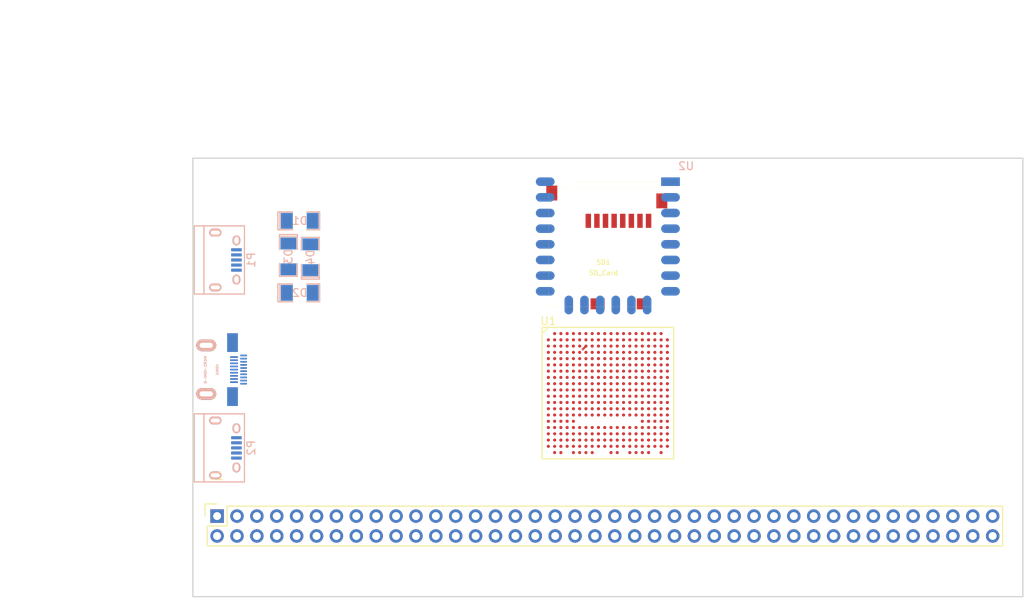
<source format=kicad_pcb>
(kicad_pcb (version 4) (host pcbnew 4.0.5+dfsg1-4)

  (general
    (links 190)
    (no_connects 190)
    (area 89.124999 36.124999 195.275001 92.275001)
    (thickness 1.6)
    (drawings 16)
    (tracks 6)
    (zones 0)
    (modules 11)
    (nets 44)
  )

  (page A4)
  (layers
    (0 F.Cu signal)
    (1 In1.Cu signal)
    (2 In2.Cu signal)
    (31 B.Cu signal)
    (32 B.Adhes user)
    (33 F.Adhes user)
    (34 B.Paste user)
    (35 F.Paste user)
    (36 B.SilkS user)
    (37 F.SilkS user)
    (38 B.Mask user)
    (39 F.Mask user)
    (40 Dwgs.User user)
    (41 Cmts.User user)
    (42 Eco1.User user)
    (43 Eco2.User user)
    (44 Edge.Cuts user)
    (45 Margin user)
    (46 B.CrtYd user)
    (47 F.CrtYd user)
    (48 B.Fab user)
    (49 F.Fab user)
  )

  (setup
    (last_trace_width 0.25)
    (trace_clearance 0.2)
    (zone_clearance 0.508)
    (zone_45_only no)
    (trace_min 0.2)
    (segment_width 0.2)
    (edge_width 0.15)
    (via_size 0.6)
    (via_drill 0.4)
    (via_min_size 0.4)
    (via_min_drill 0.3)
    (uvia_size 0.3)
    (uvia_drill 0.1)
    (uvias_allowed yes)
    (uvia_min_size 0.2)
    (uvia_min_drill 0.1)
    (pcb_text_width 0.3)
    (pcb_text_size 1.5 1.5)
    (mod_edge_width 0.15)
    (mod_text_size 1 1)
    (mod_text_width 0.15)
    (pad_size 1.524 1.524)
    (pad_drill 0.762)
    (pad_to_mask_clearance 0.2)
    (aux_axis_origin 0 0)
    (grid_origin 132.2 79.2)
    (visible_elements FFFFFF7F)
    (pcbplotparams
      (layerselection 0x00030_80000001)
      (usegerberextensions false)
      (excludeedgelayer true)
      (linewidth 0.100000)
      (plotframeref false)
      (viasonmask false)
      (mode 1)
      (useauxorigin false)
      (hpglpennumber 1)
      (hpglpenspeed 20)
      (hpglpendiameter 15)
      (hpglpenoverlay 2)
      (psnegative false)
      (psa4output false)
      (plotreference true)
      (plotvalue true)
      (plotinvisibletext false)
      (padsonsilk false)
      (subtractmaskfromsilk false)
      (outputformat 1)
      (mirror false)
      (drillshape 1)
      (scaleselection 1)
      (outputdirectory ""))
  )

  (net 0 "")
  (net 1 GND)
  (net 2 VCC)
  (net 3 /TDI)
  (net 4 /TCK)
  (net 5 /TMS)
  (net 6 /TDO)
  (net 7 "Net-(P1-Pad6)")
  (net 8 "Net-(P2-Pad6)")
  (net 9 "Net-(HDMI1-PadSHD)")
  (net 10 +5V)
  (net 11 /USB5V)
  (net 12 "Net-(D4-Pad1)")
  (net 13 /gpio/IN5V)
  (net 14 /gpio/OUT5V)
  (net 15 /gpio/P5)
  (net 16 /gpio/P6)
  (net 17 /gpio/P7)
  (net 18 /gpio/P8)
  (net 19 /gpio/P11)
  (net 20 /gpio/P12)
  (net 21 /gpio/P13)
  (net 22 /gpio/P14)
  (net 23 /gpio/P17)
  (net 24 /gpio/P18)
  (net 25 /gpio/P19)
  (net 26 /gpio/P20)
  (net 27 /gpio/P21)
  (net 28 /gpio/P22)
  (net 29 /gpio/P23)
  (net 30 /gpio/P24)
  (net 31 /gpio/P25)
  (net 32 /gpio/P26)
  (net 33 /gpio/P27)
  (net 34 /gpio/P28)
  (net 35 /gpio/P29)
  (net 36 /gpio/P30)
  (net 37 /SD_3)
  (net 38 /MTMS)
  (net 39 /MTCK)
  (net 40 /MTDO)
  (net 41 /MTDI)
  (net 42 /gpio/P15)
  (net 43 /gpio/P16)

  (net_class Default "This is the default net class."
    (clearance 0.2)
    (trace_width 0.25)
    (via_dia 0.6)
    (via_drill 0.4)
    (uvia_dia 0.3)
    (uvia_drill 0.1)
    (add_net +5V)
    (add_net /MTCK)
    (add_net /MTDI)
    (add_net /MTDO)
    (add_net /MTMS)
    (add_net /SD_3)
    (add_net /TCK)
    (add_net /TDI)
    (add_net /TDO)
    (add_net /TMS)
    (add_net /USB5V)
    (add_net /gpio/IN5V)
    (add_net /gpio/OUT5V)
    (add_net /gpio/P11)
    (add_net /gpio/P12)
    (add_net /gpio/P13)
    (add_net /gpio/P14)
    (add_net /gpio/P15)
    (add_net /gpio/P16)
    (add_net /gpio/P17)
    (add_net /gpio/P18)
    (add_net /gpio/P19)
    (add_net /gpio/P20)
    (add_net /gpio/P21)
    (add_net /gpio/P22)
    (add_net /gpio/P23)
    (add_net /gpio/P24)
    (add_net /gpio/P25)
    (add_net /gpio/P26)
    (add_net /gpio/P27)
    (add_net /gpio/P28)
    (add_net /gpio/P29)
    (add_net /gpio/P30)
    (add_net /gpio/P5)
    (add_net /gpio/P6)
    (add_net /gpio/P7)
    (add_net /gpio/P8)
    (add_net "Net-(D4-Pad1)")
    (add_net "Net-(HDMI1-PadSHD)")
    (add_net "Net-(P1-Pad6)")
    (add_net "Net-(P2-Pad6)")
    (add_net VCC)
  )

  (net_class BGA ""
    (clearance 0.1)
    (trace_width 0.2)
    (via_dia 0.6)
    (via_drill 0.4)
    (uvia_dia 0.3)
    (uvia_drill 0.1)
    (add_net GND)
  )

  (module ESP8266:ESP-12E (layer B.Cu) (tedit 559F8D21) (tstamp 56A95491)
    (at 150.2 39.2 180)
    (descr "Module, ESP-8266, ESP-12, 16 pad, SMD")
    (tags "Module ESP-8266 ESP8266")
    (path /56AC980A)
    (fp_text reference U2 (at -2 2 180) (layer B.SilkS)
      (effects (font (size 1 1) (thickness 0.15)) (justify mirror))
    )
    (fp_text value ESP-12E (at 8 -1 180) (layer B.Fab)
      (effects (font (size 1 1) (thickness 0.15)) (justify mirror))
    )
    (fp_line (start 16 8.4) (end 0 2.6) (layer B.CrtYd) (width 0.1524))
    (fp_line (start 0 8.4) (end 16 2.6) (layer B.CrtYd) (width 0.1524))
    (fp_text user "No Copper" (at 7.9 5.4 180) (layer B.CrtYd)
      (effects (font (size 1 1) (thickness 0.15)) (justify mirror))
    )
    (fp_line (start 0 8.4) (end 0 2.6) (layer B.CrtYd) (width 0.1524))
    (fp_line (start 0 2.6) (end 16 2.6) (layer B.CrtYd) (width 0.1524))
    (fp_line (start 16 2.6) (end 16 8.4) (layer B.CrtYd) (width 0.1524))
    (fp_line (start 16 8.4) (end 0 8.4) (layer B.CrtYd) (width 0.1524))
    (fp_line (start 16 8.4) (end 16 -15.6) (layer B.Fab) (width 0.1524))
    (fp_line (start 16 -15.6) (end 0 -15.6) (layer B.Fab) (width 0.1524))
    (fp_line (start 0 -15.6) (end 0 8.4) (layer B.Fab) (width 0.1524))
    (fp_line (start 0 8.4) (end 16 8.4) (layer B.Fab) (width 0.1524))
    (pad 9 smd oval (at 2.99 -15.75 90) (size 2.4 1.1) (layers B.Cu B.Paste B.Mask)
      (net 40 /MTDO))
    (pad 10 smd oval (at 4.99 -15.75 90) (size 2.4 1.1) (layers B.Cu B.Paste B.Mask)
      (net 41 /MTDI))
    (pad 11 smd oval (at 6.99 -15.75 90) (size 2.4 1.1) (layers B.Cu B.Paste B.Mask)
      (net 37 /SD_3))
    (pad 12 smd oval (at 8.99 -15.75 90) (size 2.4 1.1) (layers B.Cu B.Paste B.Mask)
      (net 38 /MTMS))
    (pad 13 smd oval (at 10.99 -15.75 90) (size 2.4 1.1) (layers B.Cu B.Paste B.Mask)
      (net 39 /MTCK))
    (pad 14 smd oval (at 12.99 -15.75 90) (size 2.4 1.1) (layers B.Cu B.Paste B.Mask))
    (pad 1 smd rect (at 0 0 180) (size 2.4 1.1) (layers B.Cu B.Paste B.Mask))
    (pad 2 smd oval (at 0 -2 180) (size 2.4 1.1) (layers B.Cu B.Paste B.Mask))
    (pad 3 smd oval (at 0 -4 180) (size 2.4 1.1) (layers B.Cu B.Paste B.Mask))
    (pad 4 smd oval (at 0 -6 180) (size 2.4 1.1) (layers B.Cu B.Paste B.Mask)
      (net 3 /TDI))
    (pad 5 smd oval (at 0 -8 180) (size 2.4 1.1) (layers B.Cu B.Paste B.Mask)
      (net 6 /TDO))
    (pad 6 smd oval (at 0 -10 180) (size 2.4 1.1) (layers B.Cu B.Paste B.Mask)
      (net 4 /TCK))
    (pad 7 smd oval (at 0 -12 180) (size 2.4 1.1) (layers B.Cu B.Paste B.Mask)
      (net 5 /TMS))
    (pad 8 smd oval (at 0 -14 180) (size 2.4 1.1) (layers B.Cu B.Paste B.Mask))
    (pad 15 smd oval (at 16 -14 180) (size 2.4 1.1) (layers B.Cu B.Paste B.Mask)
      (net 1 GND))
    (pad 16 smd oval (at 16 -12 180) (size 2.4 1.1) (layers B.Cu B.Paste B.Mask))
    (pad 17 smd oval (at 16 -10 180) (size 2.4 1.1) (layers B.Cu B.Paste B.Mask))
    (pad 18 smd oval (at 16 -8 180) (size 2.4 1.1) (layers B.Cu B.Paste B.Mask))
    (pad 19 smd oval (at 16 -6 180) (size 2.4 1.1) (layers B.Cu B.Paste B.Mask))
    (pad 20 smd oval (at 16 -4 180) (size 2.4 1.1) (layers B.Cu B.Paste B.Mask))
    (pad 21 smd oval (at 16 -2 180) (size 2.4 1.1) (layers B.Cu B.Paste B.Mask))
    (pad 22 smd oval (at 16 0 180) (size 2.4 1.1) (layers B.Cu B.Paste B.Mask))
    (model ${ESPLIB}/ESP8266.3dshapes/ESP-12.wrl
      (at (xyz 0.04 0 0))
      (scale (xyz 0.3937 0.3937 0.3937))
      (rotate (xyz 0 0 0))
    )
  )

  (module Connect:USB_Micro-B (layer B.Cu) (tedit 5543E447) (tstamp 56A9630A)
    (at 93.2 49.2 90)
    (descr "Micro USB Type B Receptacle")
    (tags "USB USB_B USB_micro USB_OTG")
    (path /56ACC213)
    (attr smd)
    (fp_text reference P1 (at 0 3.45 90) (layer B.SilkS)
      (effects (font (size 1 1) (thickness 0.15)) (justify mirror))
    )
    (fp_text value USB_FTDI (at 0 -4.8 90) (layer B.Fab)
      (effects (font (size 1 1) (thickness 0.15)) (justify mirror))
    )
    (fp_line (start -4.6 2.8) (end 4.6 2.8) (layer B.CrtYd) (width 0.05))
    (fp_line (start 4.6 2.8) (end 4.6 -4.05) (layer B.CrtYd) (width 0.05))
    (fp_line (start 4.6 -4.05) (end -4.6 -4.05) (layer B.CrtYd) (width 0.05))
    (fp_line (start -4.6 -4.05) (end -4.6 2.8) (layer B.CrtYd) (width 0.05))
    (fp_line (start -4.3509 -3.81746) (end 4.3491 -3.81746) (layer B.SilkS) (width 0.15))
    (fp_line (start -4.3509 2.58754) (end 4.3491 2.58754) (layer B.SilkS) (width 0.15))
    (fp_line (start 4.3491 2.58754) (end 4.3491 -3.81746) (layer B.SilkS) (width 0.15))
    (fp_line (start 4.3491 -2.58746) (end -4.3509 -2.58746) (layer B.SilkS) (width 0.15))
    (fp_line (start -4.3509 -3.81746) (end -4.3509 2.58754) (layer B.SilkS) (width 0.15))
    (pad 1 smd rect (at -1.3009 1.56254) (size 1.35 0.4) (layers B.Cu B.Paste B.Mask)
      (net 11 /USB5V))
    (pad 2 smd rect (at -0.6509 1.56254) (size 1.35 0.4) (layers B.Cu B.Paste B.Mask))
    (pad 3 smd rect (at -0.0009 1.56254) (size 1.35 0.4) (layers B.Cu B.Paste B.Mask))
    (pad 4 smd rect (at 0.6491 1.56254) (size 1.35 0.4) (layers B.Cu B.Paste B.Mask))
    (pad 5 smd rect (at 1.2991 1.56254) (size 1.35 0.4) (layers B.Cu B.Paste B.Mask))
    (pad 6 thru_hole oval (at -2.5009 1.56254) (size 0.95 1.25) (drill oval 0.55 0.85) (layers *.Cu *.Mask B.SilkS)
      (net 7 "Net-(P1-Pad6)"))
    (pad 6 thru_hole oval (at 2.4991 1.56254) (size 0.95 1.25) (drill oval 0.55 0.85) (layers *.Cu *.Mask B.SilkS)
      (net 7 "Net-(P1-Pad6)"))
    (pad 6 thru_hole oval (at -3.5009 -1.13746) (size 1.55 1) (drill oval 1.15 0.5) (layers *.Cu *.Mask B.SilkS)
      (net 7 "Net-(P1-Pad6)"))
    (pad 6 thru_hole oval (at 3.4991 -1.13746) (size 1.55 1) (drill oval 1.15 0.5) (layers *.Cu *.Mask B.SilkS)
      (net 7 "Net-(P1-Pad6)"))
  )

  (module Connect:USB_Micro-B (layer B.Cu) (tedit 5543E447) (tstamp 56A96317)
    (at 93.2 73.2 90)
    (descr "Micro USB Type B Receptacle")
    (tags "USB USB_B USB_micro USB_OTG")
    (path /56ACC38E)
    (attr smd)
    (fp_text reference P2 (at 0 3.45 90) (layer B.SilkS)
      (effects (font (size 1 1) (thickness 0.15)) (justify mirror))
    )
    (fp_text value USB_FPGA (at 0 -4.8 90) (layer B.Fab)
      (effects (font (size 1 1) (thickness 0.15)) (justify mirror))
    )
    (fp_line (start -4.6 2.8) (end 4.6 2.8) (layer B.CrtYd) (width 0.05))
    (fp_line (start 4.6 2.8) (end 4.6 -4.05) (layer B.CrtYd) (width 0.05))
    (fp_line (start 4.6 -4.05) (end -4.6 -4.05) (layer B.CrtYd) (width 0.05))
    (fp_line (start -4.6 -4.05) (end -4.6 2.8) (layer B.CrtYd) (width 0.05))
    (fp_line (start -4.3509 -3.81746) (end 4.3491 -3.81746) (layer B.SilkS) (width 0.15))
    (fp_line (start -4.3509 2.58754) (end 4.3491 2.58754) (layer B.SilkS) (width 0.15))
    (fp_line (start 4.3491 2.58754) (end 4.3491 -3.81746) (layer B.SilkS) (width 0.15))
    (fp_line (start 4.3491 -2.58746) (end -4.3509 -2.58746) (layer B.SilkS) (width 0.15))
    (fp_line (start -4.3509 -3.81746) (end -4.3509 2.58754) (layer B.SilkS) (width 0.15))
    (pad 1 smd rect (at -1.3009 1.56254) (size 1.35 0.4) (layers B.Cu B.Paste B.Mask)
      (net 12 "Net-(D4-Pad1)"))
    (pad 2 smd rect (at -0.6509 1.56254) (size 1.35 0.4) (layers B.Cu B.Paste B.Mask))
    (pad 3 smd rect (at -0.0009 1.56254) (size 1.35 0.4) (layers B.Cu B.Paste B.Mask))
    (pad 4 smd rect (at 0.6491 1.56254) (size 1.35 0.4) (layers B.Cu B.Paste B.Mask))
    (pad 5 smd rect (at 1.2991 1.56254) (size 1.35 0.4) (layers B.Cu B.Paste B.Mask))
    (pad 6 thru_hole oval (at -2.5009 1.56254) (size 0.95 1.25) (drill oval 0.55 0.85) (layers *.Cu *.Mask B.SilkS)
      (net 8 "Net-(P2-Pad6)"))
    (pad 6 thru_hole oval (at 2.4991 1.56254) (size 0.95 1.25) (drill oval 0.55 0.85) (layers *.Cu *.Mask B.SilkS)
      (net 8 "Net-(P2-Pad6)"))
    (pad 6 thru_hole oval (at -3.5009 -1.13746) (size 1.55 1) (drill oval 1.15 0.5) (layers *.Cu *.Mask B.SilkS)
      (net 8 "Net-(P2-Pad6)"))
    (pad 6 thru_hole oval (at 3.4991 -1.13746) (size 1.55 1) (drill oval 1.15 0.5) (layers *.Cu *.Mask B.SilkS)
      (net 8 "Net-(P2-Pad6)"))
  )

  (module micro-hdmi-d:MICRO-HDMI-D (layer B.Cu) (tedit 53F70906) (tstamp 56A965BA)
    (at 89.2 63.2 90)
    (path /56ACD5D4)
    (attr smd)
    (fp_text reference HDMI1 (at -0.025 3.125 90) (layer B.SilkS)
      (effects (font (size 0.3 0.3) (thickness 0.075)) (justify mirror))
    )
    (fp_text value MICRO-HDMI-D (at 0 1.6 90) (layer B.SilkS)
      (effects (font (size 0.3 0.3) (thickness 0.075)) (justify mirror))
    )
    (fp_line (start -3.3 0) (end -3.3 -0.7) (layer B.SilkS) (width 0.001))
    (fp_line (start -3.3 -0.7) (end 3.3 -0.7) (layer B.SilkS) (width 0.001))
    (fp_line (start 3.3 -0.7) (end 3.3 0) (layer B.SilkS) (width 0.001))
    (fp_line (start -3.3 0) (end -3.3 6.8) (layer B.SilkS) (width 0.001))
    (fp_line (start -3.3 6.8) (end 3.3 6.8) (layer B.SilkS) (width 0.001))
    (fp_line (start 3.3 6.8) (end 3.3 0) (layer B.SilkS) (width 0.001))
    (fp_line (start 3.3 0) (end -3.3 0) (layer B.SilkS) (width 0.001))
    (pad 1 smd rect (at 1.8 6.475 90) (size 0.23 0.85) (layers B.Cu B.Paste B.Mask))
    (pad 3 smd rect (at 1.4 6.475 90) (size 0.23 0.85) (layers B.Cu B.Paste B.Mask))
    (pad 5 smd rect (at 1 6.475 90) (size 0.23 0.85) (layers B.Cu B.Paste B.Mask))
    (pad 7 smd rect (at 0.6 6.475 90) (size 0.23 0.85) (layers B.Cu B.Paste B.Mask))
    (pad 9 smd rect (at 0.2 6.475 90) (size 0.23 0.85) (layers B.Cu B.Paste B.Mask))
    (pad 11 smd rect (at -0.2 6.475 90) (size 0.23 0.85) (layers B.Cu B.Paste B.Mask))
    (pad 13 smd rect (at -0.6 6.475 90) (size 0.23 0.85) (layers B.Cu B.Paste B.Mask))
    (pad 15 smd rect (at -1 6.475 90) (size 0.23 0.85) (layers B.Cu B.Paste B.Mask))
    (pad 17 smd rect (at -1.4 6.475 90) (size 0.23 0.85) (layers B.Cu B.Paste B.Mask))
    (pad 19 smd rect (at -1.8 6.475 90) (size 0.23 0.85) (layers B.Cu B.Paste B.Mask))
    (pad 2 smd rect (at 1.6 5.25 90) (size 0.23 1) (layers B.Cu B.Paste B.Mask))
    (pad 4 smd rect (at 1.2 5.25 90) (size 0.23 1) (layers B.Cu B.Paste B.Mask))
    (pad 6 smd rect (at 0.8 5.25 90) (size 0.23 1) (layers B.Cu B.Paste B.Mask))
    (pad 8 smd rect (at 0.4 5.25 90) (size 0.23 1) (layers B.Cu B.Paste B.Mask))
    (pad 10 smd rect (at 0 5.25 90) (size 0.23 1) (layers B.Cu B.Paste B.Mask))
    (pad 12 smd rect (at -0.4 5.25 90) (size 0.23 1) (layers B.Cu B.Paste B.Mask))
    (pad 14 smd rect (at -0.8 5.25 90) (size 0.23 1) (layers B.Cu B.Paste B.Mask))
    (pad 16 smd rect (at -1.2 5.25 90) (size 0.23 1) (layers B.Cu B.Paste B.Mask))
    (pad 18 smd rect (at -1.6 5.25 90) (size 0.23 1) (layers B.Cu B.Paste B.Mask))
    (pad SHD smd rect (at 3.45 5.06 90) (size 2.4 1.38) (layers B.Cu B.Paste B.Mask)
      (net 9 "Net-(HDMI1-PadSHD)"))
    (pad SHD smd rect (at -3.45 5.06 90) (size 2.4 1.38) (layers B.Cu B.Paste B.Mask)
      (net 9 "Net-(HDMI1-PadSHD)"))
    (pad "" thru_hole oval (at -3.1 1.7 90) (size 1.5 2.55) (drill oval 0.65 1.7) (layers *.Cu *.Mask B.SilkS))
    (pad "" thru_hole oval (at 3.1 1.7 90) (size 1.5 2.55) (drill oval 0.65 1.7) (layers *.Cu *.Mask B.SilkS))
  )

  (module micro-sd:MicroSD_TF02D (layer F.Cu) (tedit 52721666) (tstamp 56A966AB)
    (at 141.64 55.2 180)
    (path /56ACBF19)
    (fp_text reference SD1 (at 0 5.7 180) (layer F.SilkS)
      (effects (font (size 0.59944 0.59944) (thickness 0.12446)))
    )
    (fp_text value SD_Card (at 0 4.35 180) (layer F.SilkS)
      (effects (font (size 0.59944 0.59944) (thickness 0.12446)))
    )
    (fp_line (start 3.8 15.2) (end 3.8 16) (layer F.SilkS) (width 0.01016))
    (fp_line (start 3.8 16) (end -7 16) (layer F.SilkS) (width 0.01016))
    (fp_line (start -7 16) (end -7 15.2) (layer F.SilkS) (width 0.01016))
    (fp_line (start 7 0) (end 7 15.2) (layer F.SilkS) (width 0.01016))
    (fp_line (start 7 15.2) (end -7 15.2) (layer F.SilkS) (width 0.01016))
    (fp_line (start -7 15.2) (end -7 0) (layer F.SilkS) (width 0.01016))
    (fp_line (start -7 0) (end 7 0) (layer F.SilkS) (width 0.01016))
    (pad 1 smd rect (at 1.94 11 180) (size 0.7 1.8) (layers F.Cu F.Paste F.Mask)
      (net 37 /SD_3))
    (pad 2 smd rect (at 0.84 11 180) (size 0.7 1.8) (layers F.Cu F.Paste F.Mask)
      (net 38 /MTMS))
    (pad 3 smd rect (at -0.26 11 180) (size 0.7 1.8) (layers F.Cu F.Paste F.Mask))
    (pad 4 smd rect (at -1.36 11 180) (size 0.7 1.8) (layers F.Cu F.Paste F.Mask))
    (pad 5 smd rect (at -2.46 11 180) (size 0.7 1.8) (layers F.Cu F.Paste F.Mask)
      (net 39 /MTCK))
    (pad 6 smd rect (at -3.56 11 180) (size 0.7 1.8) (layers F.Cu F.Paste F.Mask))
    (pad 7 smd rect (at -4.66 11 180) (size 0.7 1.8) (layers F.Cu F.Paste F.Mask)
      (net 40 /MTDO))
    (pad 8 smd rect (at -5.76 11 180) (size 0.7 1.8) (layers F.Cu F.Paste F.Mask)
      (net 41 /MTDI))
    (pad S smd rect (at -5.05 0.4 180) (size 1.6 1.4) (layers F.Cu F.Paste F.Mask))
    (pad S smd rect (at 0.75 0.4 180) (size 1.8 1.4) (layers F.Cu F.Paste F.Mask))
    (pad G smd rect (at -7.45 13.55 180) (size 1.4 1.9) (layers F.Cu F.Paste F.Mask))
    (pad G smd rect (at 6.6 14.55 180) (size 1.4 1.9) (layers F.Cu F.Paste F.Mask))
  )

  (module SMD_Packages:SMD-1206_Pol (layer B.Cu) (tedit 0) (tstamp 56A9E50E)
    (at 101.4 48.749 270)
    (path /56AA1324)
    (attr smd)
    (fp_text reference D3 (at 0 0 270) (layer B.SilkS)
      (effects (font (size 1 1) (thickness 0.15)) (justify mirror))
    )
    (fp_text value 2A (at 0 0 270) (layer B.Fab)
      (effects (font (size 1 1) (thickness 0.15)) (justify mirror))
    )
    (fp_line (start -2.54 1.143) (end -2.794 1.143) (layer B.SilkS) (width 0.15))
    (fp_line (start -2.794 1.143) (end -2.794 -1.143) (layer B.SilkS) (width 0.15))
    (fp_line (start -2.794 -1.143) (end -2.54 -1.143) (layer B.SilkS) (width 0.15))
    (fp_line (start -2.54 1.143) (end -2.54 -1.143) (layer B.SilkS) (width 0.15))
    (fp_line (start -2.54 -1.143) (end -0.889 -1.143) (layer B.SilkS) (width 0.15))
    (fp_line (start 0.889 1.143) (end 2.54 1.143) (layer B.SilkS) (width 0.15))
    (fp_line (start 2.54 1.143) (end 2.54 -1.143) (layer B.SilkS) (width 0.15))
    (fp_line (start 2.54 -1.143) (end 0.889 -1.143) (layer B.SilkS) (width 0.15))
    (fp_line (start -0.889 1.143) (end -2.54 1.143) (layer B.SilkS) (width 0.15))
    (pad 1 smd rect (at -1.651 0 270) (size 1.524 2.032) (layers B.Cu B.Paste B.Mask)
      (net 10 +5V))
    (pad 2 smd rect (at 1.651 0 270) (size 1.524 2.032) (layers B.Cu B.Paste B.Mask)
      (net 11 /USB5V))
    (model SMD_Packages.3dshapes/SMD-1206_Pol.wrl
      (at (xyz 0 0 0))
      (scale (xyz 0.17 0.16 0.16))
      (rotate (xyz 0 0 0))
    )
  )

  (module SMD_Packages:SMD-1206_Pol (layer B.Cu) (tedit 0) (tstamp 56A9E514)
    (at 104.2 48.851 90)
    (path /56AA2821)
    (attr smd)
    (fp_text reference D4 (at 0 0 90) (layer B.SilkS)
      (effects (font (size 1 1) (thickness 0.15)) (justify mirror))
    )
    (fp_text value 2A (at 0 0 90) (layer B.Fab)
      (effects (font (size 1 1) (thickness 0.15)) (justify mirror))
    )
    (fp_line (start -2.54 1.143) (end -2.794 1.143) (layer B.SilkS) (width 0.15))
    (fp_line (start -2.794 1.143) (end -2.794 -1.143) (layer B.SilkS) (width 0.15))
    (fp_line (start -2.794 -1.143) (end -2.54 -1.143) (layer B.SilkS) (width 0.15))
    (fp_line (start -2.54 1.143) (end -2.54 -1.143) (layer B.SilkS) (width 0.15))
    (fp_line (start -2.54 -1.143) (end -0.889 -1.143) (layer B.SilkS) (width 0.15))
    (fp_line (start 0.889 1.143) (end 2.54 1.143) (layer B.SilkS) (width 0.15))
    (fp_line (start 2.54 1.143) (end 2.54 -1.143) (layer B.SilkS) (width 0.15))
    (fp_line (start 2.54 -1.143) (end 0.889 -1.143) (layer B.SilkS) (width 0.15))
    (fp_line (start -0.889 1.143) (end -2.54 1.143) (layer B.SilkS) (width 0.15))
    (pad 1 smd rect (at -1.651 0 90) (size 1.524 2.032) (layers B.Cu B.Paste B.Mask)
      (net 12 "Net-(D4-Pad1)"))
    (pad 2 smd rect (at 1.651 0 90) (size 1.524 2.032) (layers B.Cu B.Paste B.Mask)
      (net 10 +5V))
    (model SMD_Packages.3dshapes/SMD-1206_Pol.wrl
      (at (xyz 0 0 0))
      (scale (xyz 0.17 0.16 0.16))
      (rotate (xyz 0 0 0))
    )
  )

  (module lfe5bg381:BGA-381_pitch0.8mm_dia0.4mm (layer F.Cu) (tedit 56A8C998) (tstamp 56AA0CD9)
    (at 142.2 66.2)
    (path /56AA9804)
    (attr smd)
    (fp_text reference U1 (at -7.6 -9.2) (layer F.SilkS)
      (effects (font (size 1 1) (thickness 0.15)))
    )
    (fp_text value LFE5-BG381 (at 2 -9.2) (layer F.Fab)
      (effects (font (size 1 1) (thickness 0.15)))
    )
    (fp_line (start -8.4 8.4) (end 8.4 8.4) (layer F.SilkS) (width 0.15))
    (fp_line (start 8.4 8.4) (end 8.4 -8.4) (layer F.SilkS) (width 0.15))
    (fp_line (start 8.4 -8.4) (end -8.4 -8.4) (layer F.SilkS) (width 0.15))
    (fp_line (start -8.4 -8.4) (end -8.4 8.4) (layer F.SilkS) (width 0.15))
    (fp_line (start -7.6 -8.4) (end -8.4 -7.6) (layer F.SilkS) (width 0.15))
    (pad A2 smd circle (at -6.8 -7.6) (size 0.4 0.4) (layers F.Cu F.Paste F.Mask))
    (pad A3 smd circle (at -6 -7.6) (size 0.4 0.4) (layers F.Cu F.Paste F.Mask))
    (pad A4 smd circle (at -5.2 -7.6) (size 0.4 0.4) (layers F.Cu F.Paste F.Mask))
    (pad A5 smd circle (at -4.4 -7.6) (size 0.4 0.4) (layers F.Cu F.Paste F.Mask))
    (pad A6 smd circle (at -3.6 -7.6) (size 0.4 0.4) (layers F.Cu F.Paste F.Mask)
      (net 36 /gpio/P30))
    (pad A7 smd circle (at -2.8 -7.6) (size 0.4 0.4) (layers F.Cu F.Paste F.Mask)
      (net 24 /gpio/P18))
    (pad A8 smd circle (at -2 -7.6) (size 0.4 0.4) (layers F.Cu F.Paste F.Mask)
      (net 23 /gpio/P17))
    (pad A9 smd circle (at -1.2 -7.6) (size 0.4 0.4) (layers F.Cu F.Paste F.Mask)
      (net 43 /gpio/P16))
    (pad A10 smd circle (at -0.4 -7.6) (size 0.4 0.4) (layers F.Cu F.Paste F.Mask)
      (net 17 /gpio/P7))
    (pad A11 smd circle (at 0.4 -7.6) (size 0.4 0.4) (layers F.Cu F.Paste F.Mask)
      (net 18 /gpio/P8))
    (pad A12 smd circle (at 1.2 -7.6) (size 0.4 0.4) (layers F.Cu F.Paste F.Mask))
    (pad A13 smd circle (at 2 -7.6) (size 0.4 0.4) (layers F.Cu F.Paste F.Mask))
    (pad A14 smd circle (at 2.8 -7.6) (size 0.4 0.4) (layers F.Cu F.Paste F.Mask))
    (pad A15 smd circle (at 3.6 -7.6) (size 0.4 0.4) (layers F.Cu F.Paste F.Mask))
    (pad A16 smd circle (at 4.4 -7.6) (size 0.4 0.4) (layers F.Cu F.Paste F.Mask))
    (pad A17 smd circle (at 5.2 -7.6) (size 0.4 0.4) (layers F.Cu F.Paste F.Mask))
    (pad A18 smd circle (at 6 -7.6) (size 0.4 0.4) (layers F.Cu F.Paste F.Mask))
    (pad A19 smd circle (at 6.8 -7.6) (size 0.4 0.4) (layers F.Cu F.Paste F.Mask))
    (pad B1 smd circle (at -7.6 -6.8) (size 0.4 0.4) (layers F.Cu F.Paste F.Mask))
    (pad B2 smd circle (at -6.8 -6.8) (size 0.4 0.4) (layers F.Cu F.Paste F.Mask))
    (pad B3 smd circle (at -6 -6.8) (size 0.4 0.4) (layers F.Cu F.Paste F.Mask))
    (pad B4 smd circle (at -5.2 -6.8) (size 0.4 0.4) (layers F.Cu F.Paste F.Mask))
    (pad B5 smd circle (at -4.4 -6.8) (size 0.4 0.4) (layers F.Cu F.Paste F.Mask))
    (pad B6 smd circle (at -3.6 -6.8) (size 0.4 0.4) (layers F.Cu F.Paste F.Mask)
      (net 35 /gpio/P29))
    (pad B7 smd circle (at -2.8 -6.8) (size 0.4 0.4) (layers F.Cu F.Paste F.Mask)
      (net 1 GND))
    (pad B8 smd circle (at -2 -6.8) (size 0.4 0.4) (layers F.Cu F.Paste F.Mask)
      (net 25 /gpio/P19))
    (pad B9 smd circle (at -1.2 -6.8) (size 0.4 0.4) (layers F.Cu F.Paste F.Mask)
      (net 20 /gpio/P12))
    (pad B10 smd circle (at -0.4 -6.8) (size 0.4 0.4) (layers F.Cu F.Paste F.Mask)
      (net 42 /gpio/P15))
    (pad B11 smd circle (at 0.4 -6.8) (size 0.4 0.4) (layers F.Cu F.Paste F.Mask)
      (net 15 /gpio/P5))
    (pad B12 smd circle (at 1.2 -6.8) (size 0.4 0.4) (layers F.Cu F.Paste F.Mask))
    (pad B13 smd circle (at 2 -6.8) (size 0.4 0.4) (layers F.Cu F.Paste F.Mask))
    (pad B14 smd circle (at 2.8 -6.8) (size 0.4 0.4) (layers F.Cu F.Paste F.Mask)
      (net 1 GND))
    (pad B15 smd circle (at 3.6 -6.8) (size 0.4 0.4) (layers F.Cu F.Paste F.Mask))
    (pad B16 smd circle (at 4.4 -6.8) (size 0.4 0.4) (layers F.Cu F.Paste F.Mask))
    (pad B17 smd circle (at 5.2 -6.8) (size 0.4 0.4) (layers F.Cu F.Paste F.Mask))
    (pad B18 smd circle (at 6 -6.8) (size 0.4 0.4) (layers F.Cu F.Paste F.Mask))
    (pad B19 smd circle (at 6.8 -6.8) (size 0.4 0.4) (layers F.Cu F.Paste F.Mask))
    (pad B20 smd circle (at 7.6 -6.8) (size 0.4 0.4) (layers F.Cu F.Paste F.Mask))
    (pad C1 smd circle (at -7.6 -6) (size 0.4 0.4) (layers F.Cu F.Paste F.Mask))
    (pad C2 smd circle (at -6.8 -6) (size 0.4 0.4) (layers F.Cu F.Paste F.Mask))
    (pad C3 smd circle (at -6 -6) (size 0.4 0.4) (layers F.Cu F.Paste F.Mask))
    (pad C4 smd circle (at -5.2 -6) (size 0.4 0.4) (layers F.Cu F.Paste F.Mask))
    (pad C5 smd circle (at -4.4 -6) (size 0.4 0.4) (layers F.Cu F.Paste F.Mask))
    (pad C6 smd circle (at -3.6 -6) (size 0.4 0.4) (layers F.Cu F.Paste F.Mask)
      (net 30 /gpio/P24))
    (pad C7 smd circle (at -2.8 -6) (size 0.4 0.4) (layers F.Cu F.Paste F.Mask)
      (net 29 /gpio/P23))
    (pad C8 smd circle (at -2 -6) (size 0.4 0.4) (layers F.Cu F.Paste F.Mask)
      (net 26 /gpio/P20))
    (pad C9 smd circle (at -1.2 -6) (size 0.4 0.4) (layers F.Cu F.Paste F.Mask))
    (pad C10 smd circle (at -0.4 -6) (size 0.4 0.4) (layers F.Cu F.Paste F.Mask)
      (net 19 /gpio/P11))
    (pad C11 smd circle (at 0.4 -6) (size 0.4 0.4) (layers F.Cu F.Paste F.Mask)
      (net 16 /gpio/P6))
    (pad C12 smd circle (at 1.2 -6) (size 0.4 0.4) (layers F.Cu F.Paste F.Mask))
    (pad C13 smd circle (at 2 -6) (size 0.4 0.4) (layers F.Cu F.Paste F.Mask))
    (pad C14 smd circle (at 2.8 -6) (size 0.4 0.4) (layers F.Cu F.Paste F.Mask))
    (pad C15 smd circle (at 3.6 -6) (size 0.4 0.4) (layers F.Cu F.Paste F.Mask))
    (pad C16 smd circle (at 4.4 -6) (size 0.4 0.4) (layers F.Cu F.Paste F.Mask))
    (pad C17 smd circle (at 5.2 -6) (size 0.4 0.4) (layers F.Cu F.Paste F.Mask))
    (pad C18 smd circle (at 6 -6) (size 0.4 0.4) (layers F.Cu F.Paste F.Mask))
    (pad C19 smd circle (at 6.8 -6) (size 0.4 0.4) (layers F.Cu F.Paste F.Mask)
      (net 1 GND))
    (pad C20 smd circle (at 7.6 -6) (size 0.4 0.4) (layers F.Cu F.Paste F.Mask))
    (pad D1 smd circle (at -7.6 -5.2) (size 0.4 0.4) (layers F.Cu F.Paste F.Mask))
    (pad D2 smd circle (at -6.8 -5.2) (size 0.4 0.4) (layers F.Cu F.Paste F.Mask))
    (pad D3 smd circle (at -6 -5.2) (size 0.4 0.4) (layers F.Cu F.Paste F.Mask))
    (pad D4 smd circle (at -5.2 -5.2) (size 0.4 0.4) (layers F.Cu F.Paste F.Mask)
      (net 1 GND))
    (pad D5 smd circle (at -4.4 -5.2) (size 0.4 0.4) (layers F.Cu F.Paste F.Mask))
    (pad D6 smd circle (at -3.6 -5.2) (size 0.4 0.4) (layers F.Cu F.Paste F.Mask)
      (net 33 /gpio/P27))
    (pad D7 smd circle (at -2.8 -5.2) (size 0.4 0.4) (layers F.Cu F.Paste F.Mask)
      (net 31 /gpio/P25))
    (pad D8 smd circle (at -2 -5.2) (size 0.4 0.4) (layers F.Cu F.Paste F.Mask)
      (net 27 /gpio/P21))
    (pad D9 smd circle (at -1.2 -5.2) (size 0.4 0.4) (layers F.Cu F.Paste F.Mask)
      (net 22 /gpio/P14))
    (pad D10 smd circle (at -0.4 -5.2) (size 0.4 0.4) (layers F.Cu F.Paste F.Mask))
    (pad D11 smd circle (at 0.4 -5.2) (size 0.4 0.4) (layers F.Cu F.Paste F.Mask))
    (pad D12 smd circle (at 1.2 -5.2) (size 0.4 0.4) (layers F.Cu F.Paste F.Mask))
    (pad D13 smd circle (at 2 -5.2) (size 0.4 0.4) (layers F.Cu F.Paste F.Mask))
    (pad D14 smd circle (at 2.8 -5.2) (size 0.4 0.4) (layers F.Cu F.Paste F.Mask))
    (pad D15 smd circle (at 3.6 -5.2) (size 0.4 0.4) (layers F.Cu F.Paste F.Mask))
    (pad D16 smd circle (at 4.4 -5.2) (size 0.4 0.4) (layers F.Cu F.Paste F.Mask))
    (pad D17 smd circle (at 5.2 -5.2) (size 0.4 0.4) (layers F.Cu F.Paste F.Mask))
    (pad D18 smd circle (at 6 -5.2) (size 0.4 0.4) (layers F.Cu F.Paste F.Mask))
    (pad D19 smd circle (at 6.8 -5.2) (size 0.4 0.4) (layers F.Cu F.Paste F.Mask))
    (pad D20 smd circle (at 7.6 -5.2) (size 0.4 0.4) (layers F.Cu F.Paste F.Mask))
    (pad E1 smd circle (at -7.6 -4.4) (size 0.4 0.4) (layers F.Cu F.Paste F.Mask))
    (pad E2 smd circle (at -6.8 -4.4) (size 0.4 0.4) (layers F.Cu F.Paste F.Mask))
    (pad E3 smd circle (at -6 -4.4) (size 0.4 0.4) (layers F.Cu F.Paste F.Mask))
    (pad E4 smd circle (at -5.2 -4.4) (size 0.4 0.4) (layers F.Cu F.Paste F.Mask))
    (pad E5 smd circle (at -4.4 -4.4) (size 0.4 0.4) (layers F.Cu F.Paste F.Mask))
    (pad E6 smd circle (at -3.6 -4.4) (size 0.4 0.4) (layers F.Cu F.Paste F.Mask)
      (net 34 /gpio/P28))
    (pad E7 smd circle (at -2.8 -4.4) (size 0.4 0.4) (layers F.Cu F.Paste F.Mask)
      (net 32 /gpio/P26))
    (pad E8 smd circle (at -2 -4.4) (size 0.4 0.4) (layers F.Cu F.Paste F.Mask)
      (net 28 /gpio/P22))
    (pad E9 smd circle (at -1.2 -4.4) (size 0.4 0.4) (layers F.Cu F.Paste F.Mask)
      (net 21 /gpio/P13))
    (pad E10 smd circle (at -0.4 -4.4) (size 0.4 0.4) (layers F.Cu F.Paste F.Mask))
    (pad E11 smd circle (at 0.4 -4.4) (size 0.4 0.4) (layers F.Cu F.Paste F.Mask))
    (pad E12 smd circle (at 1.2 -4.4) (size 0.4 0.4) (layers F.Cu F.Paste F.Mask))
    (pad E13 smd circle (at 2 -4.4) (size 0.4 0.4) (layers F.Cu F.Paste F.Mask))
    (pad E14 smd circle (at 2.8 -4.4) (size 0.4 0.4) (layers F.Cu F.Paste F.Mask))
    (pad E15 smd circle (at 3.6 -4.4) (size 0.4 0.4) (layers F.Cu F.Paste F.Mask))
    (pad E16 smd circle (at 4.4 -4.4) (size 0.4 0.4) (layers F.Cu F.Paste F.Mask))
    (pad E17 smd circle (at 5.2 -4.4) (size 0.4 0.4) (layers F.Cu F.Paste F.Mask))
    (pad E18 smd circle (at 6 -4.4) (size 0.4 0.4) (layers F.Cu F.Paste F.Mask))
    (pad E19 smd circle (at 6.8 -4.4) (size 0.4 0.4) (layers F.Cu F.Paste F.Mask))
    (pad E20 smd circle (at 7.6 -4.4) (size 0.4 0.4) (layers F.Cu F.Paste F.Mask))
    (pad F1 smd circle (at -7.6 -3.6) (size 0.4 0.4) (layers F.Cu F.Paste F.Mask))
    (pad F2 smd circle (at -6.8 -3.6) (size 0.4 0.4) (layers F.Cu F.Paste F.Mask))
    (pad F3 smd circle (at -6 -3.6) (size 0.4 0.4) (layers F.Cu F.Paste F.Mask))
    (pad F4 smd circle (at -5.2 -3.6) (size 0.4 0.4) (layers F.Cu F.Paste F.Mask))
    (pad F5 smd circle (at -4.4 -3.6) (size 0.4 0.4) (layers F.Cu F.Paste F.Mask))
    (pad F6 smd circle (at -3.6 -3.6) (size 0.4 0.4) (layers F.Cu F.Paste F.Mask)
      (net 2 VCC))
    (pad F7 smd circle (at -2.8 -3.6) (size 0.4 0.4) (layers F.Cu F.Paste F.Mask)
      (net 1 GND))
    (pad F8 smd circle (at -2 -3.6) (size 0.4 0.4) (layers F.Cu F.Paste F.Mask)
      (net 1 GND))
    (pad F9 smd circle (at -1.2 -3.6) (size 0.4 0.4) (layers F.Cu F.Paste F.Mask)
      (net 2 VCC))
    (pad F10 smd circle (at -0.4 -3.6) (size 0.4 0.4) (layers F.Cu F.Paste F.Mask)
      (net 2 VCC))
    (pad F11 smd circle (at 0.4 -3.6) (size 0.4 0.4) (layers F.Cu F.Paste F.Mask)
      (net 2 VCC))
    (pad F12 smd circle (at 1.2 -3.6) (size 0.4 0.4) (layers F.Cu F.Paste F.Mask)
      (net 2 VCC))
    (pad F13 smd circle (at 2 -3.6) (size 0.4 0.4) (layers F.Cu F.Paste F.Mask)
      (net 1 GND))
    (pad F14 smd circle (at 2.8 -3.6) (size 0.4 0.4) (layers F.Cu F.Paste F.Mask)
      (net 1 GND))
    (pad F15 smd circle (at 3.6 -3.6) (size 0.4 0.4) (layers F.Cu F.Paste F.Mask)
      (net 2 VCC))
    (pad F16 smd circle (at 4.4 -3.6) (size 0.4 0.4) (layers F.Cu F.Paste F.Mask))
    (pad F17 smd circle (at 5.2 -3.6) (size 0.4 0.4) (layers F.Cu F.Paste F.Mask))
    (pad F18 smd circle (at 6 -3.6) (size 0.4 0.4) (layers F.Cu F.Paste F.Mask))
    (pad F19 smd circle (at 6.8 -3.6) (size 0.4 0.4) (layers F.Cu F.Paste F.Mask))
    (pad F20 smd circle (at 7.6 -3.6) (size 0.4 0.4) (layers F.Cu F.Paste F.Mask))
    (pad G1 smd circle (at -7.6 -2.8) (size 0.4 0.4) (layers F.Cu F.Paste F.Mask))
    (pad G2 smd circle (at -6.8 -2.8) (size 0.4 0.4) (layers F.Cu F.Paste F.Mask))
    (pad G3 smd circle (at -6 -2.8) (size 0.4 0.4) (layers F.Cu F.Paste F.Mask))
    (pad G4 smd circle (at -5.2 -2.8) (size 0.4 0.4) (layers F.Cu F.Paste F.Mask)
      (net 1 GND))
    (pad G5 smd circle (at -4.4 -2.8) (size 0.4 0.4) (layers F.Cu F.Paste F.Mask))
    (pad G6 smd circle (at -3.6 -2.8) (size 0.4 0.4) (layers F.Cu F.Paste F.Mask)
      (net 1 GND))
    (pad G7 smd circle (at -2.8 -2.8) (size 0.4 0.4) (layers F.Cu F.Paste F.Mask)
      (net 1 GND))
    (pad G8 smd circle (at -2 -2.8) (size 0.4 0.4) (layers F.Cu F.Paste F.Mask)
      (net 1 GND))
    (pad G9 smd circle (at -1.2 -2.8) (size 0.4 0.4) (layers F.Cu F.Paste F.Mask)
      (net 1 GND))
    (pad G10 smd circle (at -0.4 -2.8) (size 0.4 0.4) (layers F.Cu F.Paste F.Mask)
      (net 1 GND))
    (pad G11 smd circle (at 0.4 -2.8) (size 0.4 0.4) (layers F.Cu F.Paste F.Mask)
      (net 1 GND))
    (pad G12 smd circle (at 1.2 -2.8) (size 0.4 0.4) (layers F.Cu F.Paste F.Mask)
      (net 1 GND))
    (pad G13 smd circle (at 2 -2.8) (size 0.4 0.4) (layers F.Cu F.Paste F.Mask)
      (net 1 GND))
    (pad G14 smd circle (at 2.8 -2.8) (size 0.4 0.4) (layers F.Cu F.Paste F.Mask)
      (net 1 GND))
    (pad G15 smd circle (at 3.6 -2.8) (size 0.4 0.4) (layers F.Cu F.Paste F.Mask)
      (net 1 GND))
    (pad G16 smd circle (at 4.4 -2.8) (size 0.4 0.4) (layers F.Cu F.Paste F.Mask))
    (pad G17 smd circle (at 5.2 -2.8) (size 0.4 0.4) (layers F.Cu F.Paste F.Mask)
      (net 1 GND))
    (pad G18 smd circle (at 6 -2.8) (size 0.4 0.4) (layers F.Cu F.Paste F.Mask))
    (pad G19 smd circle (at 6.8 -2.8) (size 0.4 0.4) (layers F.Cu F.Paste F.Mask))
    (pad G20 smd circle (at 7.6 -2.8) (size 0.4 0.4) (layers F.Cu F.Paste F.Mask))
    (pad H1 smd circle (at -7.6 -2) (size 0.4 0.4) (layers F.Cu F.Paste F.Mask))
    (pad H2 smd circle (at -6.8 -2) (size 0.4 0.4) (layers F.Cu F.Paste F.Mask))
    (pad H3 smd circle (at -6 -2) (size 0.4 0.4) (layers F.Cu F.Paste F.Mask))
    (pad H4 smd circle (at -5.2 -2) (size 0.4 0.4) (layers F.Cu F.Paste F.Mask))
    (pad H5 smd circle (at -4.4 -2) (size 0.4 0.4) (layers F.Cu F.Paste F.Mask))
    (pad H6 smd circle (at -3.6 -2) (size 0.4 0.4) (layers F.Cu F.Paste F.Mask)
      (net 2 VCC))
    (pad H7 smd circle (at -2.8 -2) (size 0.4 0.4) (layers F.Cu F.Paste F.Mask)
      (net 2 VCC))
    (pad H8 smd circle (at -2 -2) (size 0.4 0.4) (layers F.Cu F.Paste F.Mask)
      (net 2 VCC))
    (pad H9 smd circle (at -1.2 -2) (size 0.4 0.4) (layers F.Cu F.Paste F.Mask)
      (net 2 VCC))
    (pad H10 smd circle (at -0.4 -2) (size 0.4 0.4) (layers F.Cu F.Paste F.Mask)
      (net 2 VCC))
    (pad H11 smd circle (at 0.4 -2) (size 0.4 0.4) (layers F.Cu F.Paste F.Mask)
      (net 2 VCC))
    (pad H12 smd circle (at 1.2 -2) (size 0.4 0.4) (layers F.Cu F.Paste F.Mask)
      (net 2 VCC))
    (pad H13 smd circle (at 2 -2) (size 0.4 0.4) (layers F.Cu F.Paste F.Mask)
      (net 2 VCC))
    (pad H14 smd circle (at 2.8 -2) (size 0.4 0.4) (layers F.Cu F.Paste F.Mask)
      (net 2 VCC))
    (pad H15 smd circle (at 3.6 -2) (size 0.4 0.4) (layers F.Cu F.Paste F.Mask)
      (net 2 VCC))
    (pad H16 smd circle (at 4.4 -2) (size 0.4 0.4) (layers F.Cu F.Paste F.Mask))
    (pad H17 smd circle (at 5.2 -2) (size 0.4 0.4) (layers F.Cu F.Paste F.Mask))
    (pad H18 smd circle (at 6 -2) (size 0.4 0.4) (layers F.Cu F.Paste F.Mask))
    (pad H19 smd circle (at 6.8 -2) (size 0.4 0.4) (layers F.Cu F.Paste F.Mask)
      (net 1 GND))
    (pad H20 smd circle (at 7.6 -2) (size 0.4 0.4) (layers F.Cu F.Paste F.Mask))
    (pad J1 smd circle (at -7.6 -1.2) (size 0.4 0.4) (layers F.Cu F.Paste F.Mask))
    (pad J2 smd circle (at -6.8 -1.2) (size 0.4 0.4) (layers F.Cu F.Paste F.Mask)
      (net 1 GND))
    (pad J3 smd circle (at -6 -1.2) (size 0.4 0.4) (layers F.Cu F.Paste F.Mask))
    (pad J4 smd circle (at -5.2 -1.2) (size 0.4 0.4) (layers F.Cu F.Paste F.Mask))
    (pad J5 smd circle (at -4.4 -1.2) (size 0.4 0.4) (layers F.Cu F.Paste F.Mask))
    (pad J6 smd circle (at -3.6 -1.2) (size 0.4 0.4) (layers F.Cu F.Paste F.Mask)
      (net 2 VCC))
    (pad J7 smd circle (at -2.8 -1.2) (size 0.4 0.4) (layers F.Cu F.Paste F.Mask)
      (net 1 GND))
    (pad J8 smd circle (at -2 -1.2) (size 0.4 0.4) (layers F.Cu F.Paste F.Mask)
      (net 2 VCC))
    (pad J9 smd circle (at -1.2 -1.2) (size 0.4 0.4) (layers F.Cu F.Paste F.Mask)
      (net 1 GND))
    (pad J10 smd circle (at -0.4 -1.2) (size 0.4 0.4) (layers F.Cu F.Paste F.Mask)
      (net 1 GND))
    (pad J11 smd circle (at 0.4 -1.2) (size 0.4 0.4) (layers F.Cu F.Paste F.Mask)
      (net 1 GND))
    (pad J12 smd circle (at 1.2 -1.2) (size 0.4 0.4) (layers F.Cu F.Paste F.Mask)
      (net 1 GND))
    (pad J13 smd circle (at 2 -1.2) (size 0.4 0.4) (layers F.Cu F.Paste F.Mask)
      (net 2 VCC))
    (pad J14 smd circle (at 2.8 -1.2) (size 0.4 0.4) (layers F.Cu F.Paste F.Mask)
      (net 1 GND))
    (pad J15 smd circle (at 3.6 -1.2) (size 0.4 0.4) (layers F.Cu F.Paste F.Mask)
      (net 2 VCC))
    (pad J16 smd circle (at 4.4 -1.2) (size 0.4 0.4) (layers F.Cu F.Paste F.Mask))
    (pad J17 smd circle (at 5.2 -1.2) (size 0.4 0.4) (layers F.Cu F.Paste F.Mask))
    (pad J18 smd circle (at 6 -1.2) (size 0.4 0.4) (layers F.Cu F.Paste F.Mask))
    (pad J19 smd circle (at 6.8 -1.2) (size 0.4 0.4) (layers F.Cu F.Paste F.Mask))
    (pad J20 smd circle (at 7.6 -1.2) (size 0.4 0.4) (layers F.Cu F.Paste F.Mask))
    (pad K1 smd circle (at -7.6 -0.4) (size 0.4 0.4) (layers F.Cu F.Paste F.Mask))
    (pad K2 smd circle (at -6.8 -0.4) (size 0.4 0.4) (layers F.Cu F.Paste F.Mask))
    (pad K3 smd circle (at -6 -0.4) (size 0.4 0.4) (layers F.Cu F.Paste F.Mask))
    (pad K4 smd circle (at -5.2 -0.4) (size 0.4 0.4) (layers F.Cu F.Paste F.Mask))
    (pad K5 smd circle (at -4.4 -0.4) (size 0.4 0.4) (layers F.Cu F.Paste F.Mask))
    (pad K6 smd circle (at -3.6 -0.4) (size 0.4 0.4) (layers F.Cu F.Paste F.Mask)
      (net 1 GND))
    (pad K7 smd circle (at -2.8 -0.4) (size 0.4 0.4) (layers F.Cu F.Paste F.Mask)
      (net 1 GND))
    (pad K8 smd circle (at -2 -0.4) (size 0.4 0.4) (layers F.Cu F.Paste F.Mask)
      (net 2 VCC))
    (pad K9 smd circle (at -1.2 -0.4) (size 0.4 0.4) (layers F.Cu F.Paste F.Mask)
      (net 1 GND))
    (pad K10 smd circle (at -0.4 -0.4) (size 0.4 0.4) (layers F.Cu F.Paste F.Mask)
      (net 1 GND))
    (pad K11 smd circle (at 0.4 -0.4) (size 0.4 0.4) (layers F.Cu F.Paste F.Mask)
      (net 1 GND))
    (pad K12 smd circle (at 1.2 -0.4) (size 0.4 0.4) (layers F.Cu F.Paste F.Mask)
      (net 1 GND))
    (pad K13 smd circle (at 2 -0.4) (size 0.4 0.4) (layers F.Cu F.Paste F.Mask)
      (net 2 VCC))
    (pad K14 smd circle (at 2.8 -0.4) (size 0.4 0.4) (layers F.Cu F.Paste F.Mask)
      (net 1 GND))
    (pad K15 smd circle (at 3.6 -0.4) (size 0.4 0.4) (layers F.Cu F.Paste F.Mask)
      (net 1 GND))
    (pad K16 smd circle (at 4.4 -0.4) (size 0.4 0.4) (layers F.Cu F.Paste F.Mask))
    (pad K17 smd circle (at 5.2 -0.4) (size 0.4 0.4) (layers F.Cu F.Paste F.Mask))
    (pad K18 smd circle (at 6 -0.4) (size 0.4 0.4) (layers F.Cu F.Paste F.Mask))
    (pad K19 smd circle (at 6.8 -0.4) (size 0.4 0.4) (layers F.Cu F.Paste F.Mask))
    (pad K20 smd circle (at 7.6 -0.4) (size 0.4 0.4) (layers F.Cu F.Paste F.Mask))
    (pad L1 smd circle (at -7.6 0.4) (size 0.4 0.4) (layers F.Cu F.Paste F.Mask))
    (pad L2 smd circle (at -6.8 0.4) (size 0.4 0.4) (layers F.Cu F.Paste F.Mask))
    (pad L3 smd circle (at -6 0.4) (size 0.4 0.4) (layers F.Cu F.Paste F.Mask))
    (pad L4 smd circle (at -5.2 0.4) (size 0.4 0.4) (layers F.Cu F.Paste F.Mask))
    (pad L5 smd circle (at -4.4 0.4) (size 0.4 0.4) (layers F.Cu F.Paste F.Mask))
    (pad L6 smd circle (at -3.6 0.4) (size 0.4 0.4) (layers F.Cu F.Paste F.Mask)
      (net 2 VCC))
    (pad L7 smd circle (at -2.8 0.4) (size 0.4 0.4) (layers F.Cu F.Paste F.Mask)
      (net 2 VCC))
    (pad L8 smd circle (at -2 0.4) (size 0.4 0.4) (layers F.Cu F.Paste F.Mask)
      (net 2 VCC))
    (pad L9 smd circle (at -1.2 0.4) (size 0.4 0.4) (layers F.Cu F.Paste F.Mask)
      (net 1 GND))
    (pad L10 smd circle (at -0.4 0.4) (size 0.4 0.4) (layers F.Cu F.Paste F.Mask)
      (net 1 GND))
    (pad L11 smd circle (at 0.4 0.4) (size 0.4 0.4) (layers F.Cu F.Paste F.Mask)
      (net 1 GND))
    (pad L12 smd circle (at 1.2 0.4) (size 0.4 0.4) (layers F.Cu F.Paste F.Mask)
      (net 1 GND))
    (pad L13 smd circle (at 2 0.4) (size 0.4 0.4) (layers F.Cu F.Paste F.Mask)
      (net 2 VCC))
    (pad L14 smd circle (at 2.8 0.4) (size 0.4 0.4) (layers F.Cu F.Paste F.Mask)
      (net 2 VCC))
    (pad L15 smd circle (at 3.6 0.4) (size 0.4 0.4) (layers F.Cu F.Paste F.Mask)
      (net 2 VCC))
    (pad L16 smd circle (at 4.4 0.4) (size 0.4 0.4) (layers F.Cu F.Paste F.Mask))
    (pad L17 smd circle (at 5.2 0.4) (size 0.4 0.4) (layers F.Cu F.Paste F.Mask))
    (pad L18 smd circle (at 6 0.4) (size 0.4 0.4) (layers F.Cu F.Paste F.Mask))
    (pad L19 smd circle (at 6.8 0.4) (size 0.4 0.4) (layers F.Cu F.Paste F.Mask))
    (pad L20 smd circle (at 7.6 0.4) (size 0.4 0.4) (layers F.Cu F.Paste F.Mask))
    (pad M1 smd circle (at -7.6 1.2) (size 0.4 0.4) (layers F.Cu F.Paste F.Mask))
    (pad M2 smd circle (at -6.8 1.2) (size 0.4 0.4) (layers F.Cu F.Paste F.Mask)
      (net 1 GND))
    (pad M3 smd circle (at -6 1.2) (size 0.4 0.4) (layers F.Cu F.Paste F.Mask))
    (pad M4 smd circle (at -5.2 1.2) (size 0.4 0.4) (layers F.Cu F.Paste F.Mask))
    (pad M5 smd circle (at -4.4 1.2) (size 0.4 0.4) (layers F.Cu F.Paste F.Mask))
    (pad M6 smd circle (at -3.6 1.2) (size 0.4 0.4) (layers F.Cu F.Paste F.Mask)
      (net 2 VCC))
    (pad M7 smd circle (at -2.8 1.2) (size 0.4 0.4) (layers F.Cu F.Paste F.Mask)
      (net 1 GND))
    (pad M8 smd circle (at -2 1.2) (size 0.4 0.4) (layers F.Cu F.Paste F.Mask)
      (net 2 VCC))
    (pad M9 smd circle (at -1.2 1.2) (size 0.4 0.4) (layers F.Cu F.Paste F.Mask)
      (net 1 GND))
    (pad M10 smd circle (at -0.4 1.2) (size 0.4 0.4) (layers F.Cu F.Paste F.Mask)
      (net 1 GND))
    (pad M11 smd circle (at 0.4 1.2) (size 0.4 0.4) (layers F.Cu F.Paste F.Mask)
      (net 1 GND))
    (pad M12 smd circle (at 1.2 1.2) (size 0.4 0.4) (layers F.Cu F.Paste F.Mask)
      (net 1 GND))
    (pad M13 smd circle (at 2 1.2) (size 0.4 0.4) (layers F.Cu F.Paste F.Mask)
      (net 2 VCC))
    (pad M14 smd circle (at 2.8 1.2) (size 0.4 0.4) (layers F.Cu F.Paste F.Mask)
      (net 1 GND))
    (pad M15 smd circle (at 3.6 1.2) (size 0.4 0.4) (layers F.Cu F.Paste F.Mask)
      (net 2 VCC))
    (pad M16 smd circle (at 4.4 1.2) (size 0.4 0.4) (layers F.Cu F.Paste F.Mask)
      (net 1 GND))
    (pad M17 smd circle (at 5.2 1.2) (size 0.4 0.4) (layers F.Cu F.Paste F.Mask))
    (pad M18 smd circle (at 6 1.2) (size 0.4 0.4) (layers F.Cu F.Paste F.Mask))
    (pad M19 smd circle (at 6.8 1.2) (size 0.4 0.4) (layers F.Cu F.Paste F.Mask))
    (pad M20 smd circle (at 7.6 1.2) (size 0.4 0.4) (layers F.Cu F.Paste F.Mask))
    (pad N1 smd circle (at -7.6 2) (size 0.4 0.4) (layers F.Cu F.Paste F.Mask))
    (pad N2 smd circle (at -6.8 2) (size 0.4 0.4) (layers F.Cu F.Paste F.Mask))
    (pad N3 smd circle (at -6 2) (size 0.4 0.4) (layers F.Cu F.Paste F.Mask))
    (pad N4 smd circle (at -5.2 2) (size 0.4 0.4) (layers F.Cu F.Paste F.Mask))
    (pad N5 smd circle (at -4.4 2) (size 0.4 0.4) (layers F.Cu F.Paste F.Mask))
    (pad N6 smd circle (at -3.6 2) (size 0.4 0.4) (layers F.Cu F.Paste F.Mask)
      (net 1 GND))
    (pad N7 smd circle (at -2.8 2) (size 0.4 0.4) (layers F.Cu F.Paste F.Mask)
      (net 1 GND))
    (pad N8 smd circle (at -2 2) (size 0.4 0.4) (layers F.Cu F.Paste F.Mask)
      (net 2 VCC))
    (pad N9 smd circle (at -1.2 2) (size 0.4 0.4) (layers F.Cu F.Paste F.Mask)
      (net 2 VCC))
    (pad N10 smd circle (at -0.4 2) (size 0.4 0.4) (layers F.Cu F.Paste F.Mask)
      (net 2 VCC))
    (pad N11 smd circle (at 0.4 2) (size 0.4 0.4) (layers F.Cu F.Paste F.Mask)
      (net 2 VCC))
    (pad N12 smd circle (at 1.2 2) (size 0.4 0.4) (layers F.Cu F.Paste F.Mask)
      (net 2 VCC))
    (pad N13 smd circle (at 2 2) (size 0.4 0.4) (layers F.Cu F.Paste F.Mask)
      (net 2 VCC))
    (pad N14 smd circle (at 2.8 2) (size 0.4 0.4) (layers F.Cu F.Paste F.Mask)
      (net 1 GND))
    (pad N15 smd circle (at 3.6 2) (size 0.4 0.4) (layers F.Cu F.Paste F.Mask)
      (net 1 GND))
    (pad N16 smd circle (at 4.4 2) (size 0.4 0.4) (layers F.Cu F.Paste F.Mask))
    (pad N17 smd circle (at 5.2 2) (size 0.4 0.4) (layers F.Cu F.Paste F.Mask))
    (pad N18 smd circle (at 6 2) (size 0.4 0.4) (layers F.Cu F.Paste F.Mask))
    (pad N19 smd circle (at 6.8 2) (size 0.4 0.4) (layers F.Cu F.Paste F.Mask))
    (pad N20 smd circle (at 7.6 2) (size 0.4 0.4) (layers F.Cu F.Paste F.Mask))
    (pad P1 smd circle (at -7.6 2.8) (size 0.4 0.4) (layers F.Cu F.Paste F.Mask))
    (pad P2 smd circle (at -6.8 2.8) (size 0.4 0.4) (layers F.Cu F.Paste F.Mask))
    (pad P3 smd circle (at -6 2.8) (size 0.4 0.4) (layers F.Cu F.Paste F.Mask))
    (pad P4 smd circle (at -5.2 2.8) (size 0.4 0.4) (layers F.Cu F.Paste F.Mask))
    (pad P5 smd circle (at -4.4 2.8) (size 0.4 0.4) (layers F.Cu F.Paste F.Mask))
    (pad P6 smd circle (at -3.6 2.8) (size 0.4 0.4) (layers F.Cu F.Paste F.Mask)
      (net 2 VCC))
    (pad P7 smd circle (at -2.8 2.8) (size 0.4 0.4) (layers F.Cu F.Paste F.Mask)
      (net 1 GND))
    (pad P8 smd circle (at -2 2.8) (size 0.4 0.4) (layers F.Cu F.Paste F.Mask)
      (net 1 GND))
    (pad P9 smd circle (at -1.2 2.8) (size 0.4 0.4) (layers F.Cu F.Paste F.Mask)
      (net 2 VCC))
    (pad P10 smd circle (at -0.4 2.8) (size 0.4 0.4) (layers F.Cu F.Paste F.Mask)
      (net 2 VCC))
    (pad P11 smd circle (at 0.4 2.8) (size 0.4 0.4) (layers F.Cu F.Paste F.Mask)
      (net 1 GND))
    (pad P12 smd circle (at 1.2 2.8) (size 0.4 0.4) (layers F.Cu F.Paste F.Mask)
      (net 1 GND))
    (pad P13 smd circle (at 2 2.8) (size 0.4 0.4) (layers F.Cu F.Paste F.Mask)
      (net 1 GND))
    (pad P14 smd circle (at 2.8 2.8) (size 0.4 0.4) (layers F.Cu F.Paste F.Mask)
      (net 1 GND))
    (pad P15 smd circle (at 3.6 2.8) (size 0.4 0.4) (layers F.Cu F.Paste F.Mask)
      (net 2 VCC))
    (pad P16 smd circle (at 4.4 2.8) (size 0.4 0.4) (layers F.Cu F.Paste F.Mask))
    (pad P17 smd circle (at 5.2 2.8) (size 0.4 0.4) (layers F.Cu F.Paste F.Mask))
    (pad P18 smd circle (at 6 2.8) (size 0.4 0.4) (layers F.Cu F.Paste F.Mask))
    (pad P19 smd circle (at 6.8 2.8) (size 0.4 0.4) (layers F.Cu F.Paste F.Mask))
    (pad P20 smd circle (at 7.6 2.8) (size 0.4 0.4) (layers F.Cu F.Paste F.Mask))
    (pad R1 smd circle (at -7.6 3.6) (size 0.4 0.4) (layers F.Cu F.Paste F.Mask))
    (pad R2 smd circle (at -6.8 3.6) (size 0.4 0.4) (layers F.Cu F.Paste F.Mask))
    (pad R3 smd circle (at -6 3.6) (size 0.4 0.4) (layers F.Cu F.Paste F.Mask))
    (pad R4 smd circle (at -5.2 3.6) (size 0.4 0.4) (layers F.Cu F.Paste F.Mask))
    (pad R5 smd circle (at -4.4 3.6) (size 0.4 0.4) (layers F.Cu F.Paste F.Mask)
      (net 3 /TDI))
    (pad R16 smd circle (at 4.4 3.6) (size 0.4 0.4) (layers F.Cu F.Paste F.Mask))
    (pad R17 smd circle (at 5.2 3.6) (size 0.4 0.4) (layers F.Cu F.Paste F.Mask))
    (pad R18 smd circle (at 6 3.6) (size 0.4 0.4) (layers F.Cu F.Paste F.Mask))
    (pad R19 smd circle (at 6.8 3.6) (size 0.4 0.4) (layers F.Cu F.Paste F.Mask)
      (net 1 GND))
    (pad R20 smd circle (at 7.6 3.6) (size 0.4 0.4) (layers F.Cu F.Paste F.Mask))
    (pad T1 smd circle (at -7.6 4.4) (size 0.4 0.4) (layers F.Cu F.Paste F.Mask))
    (pad T2 smd circle (at -6.8 4.4) (size 0.4 0.4) (layers F.Cu F.Paste F.Mask))
    (pad T3 smd circle (at -6 4.4) (size 0.4 0.4) (layers F.Cu F.Paste F.Mask))
    (pad T4 smd circle (at -5.2 4.4) (size 0.4 0.4) (layers F.Cu F.Paste F.Mask))
    (pad T5 smd circle (at -4.4 4.4) (size 0.4 0.4) (layers F.Cu F.Paste F.Mask)
      (net 4 /TCK))
    (pad T6 smd circle (at -3.6 4.4) (size 0.4 0.4) (layers F.Cu F.Paste F.Mask)
      (net 1 GND))
    (pad T7 smd circle (at -2.8 4.4) (size 0.4 0.4) (layers F.Cu F.Paste F.Mask)
      (net 1 GND))
    (pad T8 smd circle (at -2 4.4) (size 0.4 0.4) (layers F.Cu F.Paste F.Mask)
      (net 1 GND))
    (pad T9 smd circle (at -1.2 4.4) (size 0.4 0.4) (layers F.Cu F.Paste F.Mask)
      (net 1 GND))
    (pad T10 smd circle (at -0.4 4.4) (size 0.4 0.4) (layers F.Cu F.Paste F.Mask)
      (net 1 GND))
    (pad T11 smd circle (at 0.4 4.4) (size 0.4 0.4) (layers F.Cu F.Paste F.Mask))
    (pad T12 smd circle (at 1.2 4.4) (size 0.4 0.4) (layers F.Cu F.Paste F.Mask))
    (pad T13 smd circle (at 2 4.4) (size 0.4 0.4) (layers F.Cu F.Paste F.Mask))
    (pad T14 smd circle (at 2.8 4.4) (size 0.4 0.4) (layers F.Cu F.Paste F.Mask))
    (pad T15 smd circle (at 3.6 4.4) (size 0.4 0.4) (layers F.Cu F.Paste F.Mask))
    (pad T16 smd circle (at 4.4 4.4) (size 0.4 0.4) (layers F.Cu F.Paste F.Mask))
    (pad T17 smd circle (at 5.2 4.4) (size 0.4 0.4) (layers F.Cu F.Paste F.Mask))
    (pad T18 smd circle (at 6 4.4) (size 0.4 0.4) (layers F.Cu F.Paste F.Mask))
    (pad T19 smd circle (at 6.8 4.4) (size 0.4 0.4) (layers F.Cu F.Paste F.Mask))
    (pad T20 smd circle (at 7.6 4.4) (size 0.4 0.4) (layers F.Cu F.Paste F.Mask))
    (pad U1 smd circle (at -7.6 5.2) (size 0.4 0.4) (layers F.Cu F.Paste F.Mask))
    (pad U2 smd circle (at -6.8 5.2) (size 0.4 0.4) (layers F.Cu F.Paste F.Mask))
    (pad U3 smd circle (at -6 5.2) (size 0.4 0.4) (layers F.Cu F.Paste F.Mask))
    (pad U4 smd circle (at -5.2 5.2) (size 0.4 0.4) (layers F.Cu F.Paste F.Mask))
    (pad U5 smd circle (at -4.4 5.2) (size 0.4 0.4) (layers F.Cu F.Paste F.Mask)
      (net 5 /TMS))
    (pad U6 smd circle (at -3.6 5.2) (size 0.4 0.4) (layers F.Cu F.Paste F.Mask)
      (net 1 GND))
    (pad U7 smd circle (at -2.8 5.2) (size 0.4 0.4) (layers F.Cu F.Paste F.Mask)
      (net 1 GND))
    (pad U8 smd circle (at -2 5.2) (size 0.4 0.4) (layers F.Cu F.Paste F.Mask)
      (net 1 GND))
    (pad U9 smd circle (at -1.2 5.2) (size 0.4 0.4) (layers F.Cu F.Paste F.Mask)
      (net 1 GND))
    (pad U10 smd circle (at -0.4 5.2) (size 0.4 0.4) (layers F.Cu F.Paste F.Mask)
      (net 1 GND))
    (pad U11 smd circle (at 0.4 5.2) (size 0.4 0.4) (layers F.Cu F.Paste F.Mask)
      (net 1 GND))
    (pad U12 smd circle (at 1.2 5.2) (size 0.4 0.4) (layers F.Cu F.Paste F.Mask)
      (net 1 GND))
    (pad U13 smd circle (at 2 5.2) (size 0.4 0.4) (layers F.Cu F.Paste F.Mask)
      (net 1 GND))
    (pad U14 smd circle (at 2.8 5.2) (size 0.4 0.4) (layers F.Cu F.Paste F.Mask)
      (net 1 GND))
    (pad U15 smd circle (at 3.6 5.2) (size 0.4 0.4) (layers F.Cu F.Paste F.Mask))
    (pad U16 smd circle (at 4.4 5.2) (size 0.4 0.4) (layers F.Cu F.Paste F.Mask))
    (pad U17 smd circle (at 5.2 5.2) (size 0.4 0.4) (layers F.Cu F.Paste F.Mask))
    (pad U18 smd circle (at 6 5.2) (size 0.4 0.4) (layers F.Cu F.Paste F.Mask))
    (pad U19 smd circle (at 6.8 5.2) (size 0.4 0.4) (layers F.Cu F.Paste F.Mask))
    (pad U20 smd circle (at 7.6 5.2) (size 0.4 0.4) (layers F.Cu F.Paste F.Mask))
    (pad V1 smd circle (at -7.6 6) (size 0.4 0.4) (layers F.Cu F.Paste F.Mask))
    (pad V2 smd circle (at -6.8 6) (size 0.4 0.4) (layers F.Cu F.Paste F.Mask))
    (pad V3 smd circle (at -6 6) (size 0.4 0.4) (layers F.Cu F.Paste F.Mask))
    (pad V4 smd circle (at -5.2 6) (size 0.4 0.4) (layers F.Cu F.Paste F.Mask)
      (net 6 /TDO))
    (pad V5 smd circle (at -4.4 6) (size 0.4 0.4) (layers F.Cu F.Paste F.Mask)
      (net 1 GND))
    (pad V6 smd circle (at -3.6 6) (size 0.4 0.4) (layers F.Cu F.Paste F.Mask)
      (net 1 GND))
    (pad V7 smd circle (at -2.8 6) (size 0.4 0.4) (layers F.Cu F.Paste F.Mask)
      (net 1 GND))
    (pad V8 smd circle (at -2 6) (size 0.4 0.4) (layers F.Cu F.Paste F.Mask)
      (net 1 GND))
    (pad V9 smd circle (at -1.2 6) (size 0.4 0.4) (layers F.Cu F.Paste F.Mask)
      (net 1 GND))
    (pad V10 smd circle (at -0.4 6) (size 0.4 0.4) (layers F.Cu F.Paste F.Mask)
      (net 1 GND))
    (pad V11 smd circle (at 0.4 6) (size 0.4 0.4) (layers F.Cu F.Paste F.Mask)
      (net 1 GND))
    (pad V12 smd circle (at 1.2 6) (size 0.4 0.4) (layers F.Cu F.Paste F.Mask)
      (net 1 GND))
    (pad V13 smd circle (at 2 6) (size 0.4 0.4) (layers F.Cu F.Paste F.Mask)
      (net 1 GND))
    (pad V14 smd circle (at 2.8 6) (size 0.4 0.4) (layers F.Cu F.Paste F.Mask)
      (net 1 GND))
    (pad V15 smd circle (at 3.6 6) (size 0.4 0.4) (layers F.Cu F.Paste F.Mask)
      (net 1 GND))
    (pad V16 smd circle (at 4.4 6) (size 0.4 0.4) (layers F.Cu F.Paste F.Mask)
      (net 1 GND))
    (pad V17 smd circle (at 5.2 6) (size 0.4 0.4) (layers F.Cu F.Paste F.Mask))
    (pad V18 smd circle (at 6 6) (size 0.4 0.4) (layers F.Cu F.Paste F.Mask))
    (pad V19 smd circle (at 6.8 6) (size 0.4 0.4) (layers F.Cu F.Paste F.Mask)
      (net 1 GND))
    (pad V20 smd circle (at 7.6 6) (size 0.4 0.4) (layers F.Cu F.Paste F.Mask)
      (net 1 GND))
    (pad W1 smd circle (at -7.6 6.8) (size 0.4 0.4) (layers F.Cu F.Paste F.Mask))
    (pad W2 smd circle (at -6.8 6.8) (size 0.4 0.4) (layers F.Cu F.Paste F.Mask))
    (pad W3 smd circle (at -6 6.8) (size 0.4 0.4) (layers F.Cu F.Paste F.Mask))
    (pad W4 smd circle (at -5.2 6.8) (size 0.4 0.4) (layers F.Cu F.Paste F.Mask))
    (pad W5 smd circle (at -4.4 6.8) (size 0.4 0.4) (layers F.Cu F.Paste F.Mask))
    (pad W6 smd circle (at -3.6 6.8) (size 0.4 0.4) (layers F.Cu F.Paste F.Mask)
      (net 1 GND))
    (pad W7 smd circle (at -2.8 6.8) (size 0.4 0.4) (layers F.Cu F.Paste F.Mask)
      (net 1 GND))
    (pad W8 smd circle (at -2 6.8) (size 0.4 0.4) (layers F.Cu F.Paste F.Mask))
    (pad W9 smd circle (at -1.2 6.8) (size 0.4 0.4) (layers F.Cu F.Paste F.Mask))
    (pad W10 smd circle (at -0.4 6.8) (size 0.4 0.4) (layers F.Cu F.Paste F.Mask))
    (pad W11 smd circle (at 0.4 6.8) (size 0.4 0.4) (layers F.Cu F.Paste F.Mask))
    (pad W12 smd circle (at 1.2 6.8) (size 0.4 0.4) (layers F.Cu F.Paste F.Mask)
      (net 1 GND))
    (pad W13 smd circle (at 2 6.8) (size 0.4 0.4) (layers F.Cu F.Paste F.Mask))
    (pad W14 smd circle (at 2.8 6.8) (size 0.4 0.4) (layers F.Cu F.Paste F.Mask))
    (pad W15 smd circle (at 3.6 6.8) (size 0.4 0.4) (layers F.Cu F.Paste F.Mask)
      (net 1 GND))
    (pad W16 smd circle (at 4.4 6.8) (size 0.4 0.4) (layers F.Cu F.Paste F.Mask)
      (net 1 GND))
    (pad W17 smd circle (at 5.2 6.8) (size 0.4 0.4) (layers F.Cu F.Paste F.Mask))
    (pad W18 smd circle (at 6 6.8) (size 0.4 0.4) (layers F.Cu F.Paste F.Mask))
    (pad W19 smd circle (at 6.8 6.8) (size 0.4 0.4) (layers F.Cu F.Paste F.Mask)
      (net 1 GND))
    (pad W20 smd circle (at 7.6 6.8) (size 0.4 0.4) (layers F.Cu F.Paste F.Mask))
    (pad Y2 smd circle (at -6.8 7.6) (size 0.4 0.4) (layers F.Cu F.Paste F.Mask))
    (pad Y3 smd circle (at -6 7.6) (size 0.4 0.4) (layers F.Cu F.Paste F.Mask))
    (pad Y5 smd circle (at -4.4 7.6) (size 0.4 0.4) (layers F.Cu F.Paste F.Mask)
      (net 1 GND))
    (pad Y6 smd circle (at -3.6 7.6) (size 0.4 0.4) (layers F.Cu F.Paste F.Mask)
      (net 1 GND))
    (pad Y7 smd circle (at -2.8 7.6) (size 0.4 0.4) (layers F.Cu F.Paste F.Mask)
      (net 1 GND))
    (pad Y8 smd circle (at -2 7.6) (size 0.4 0.4) (layers F.Cu F.Paste F.Mask)
      (net 1 GND))
    (pad Y11 smd circle (at 0.4 7.6) (size 0.4 0.4) (layers F.Cu F.Paste F.Mask)
      (net 1 GND))
    (pad Y12 smd circle (at 1.2 7.6) (size 0.4 0.4) (layers F.Cu F.Paste F.Mask)
      (net 1 GND))
    (pad Y14 smd circle (at 2.8 7.6) (size 0.4 0.4) (layers F.Cu F.Paste F.Mask))
    (pad Y15 smd circle (at 3.6 7.6) (size 0.4 0.4) (layers F.Cu F.Paste F.Mask))
    (pad Y16 smd circle (at 4.4 7.6) (size 0.4 0.4) (layers F.Cu F.Paste F.Mask))
    (pad Y17 smd circle (at 5.2 7.6) (size 0.4 0.4) (layers F.Cu F.Paste F.Mask))
    (pad Y19 smd circle (at 6.8 7.6) (size 0.4 0.4) (layers F.Cu F.Paste F.Mask))
  )

  (module SMD_Packages:SMD-1206_Pol (layer B.Cu) (tedit 0) (tstamp 56AA1068)
    (at 102.851 44.2)
    (path /56AC389C/56AC483B)
    (attr smd)
    (fp_text reference D1 (at 0 0) (layer B.SilkS)
      (effects (font (size 1 1) (thickness 0.15)) (justify mirror))
    )
    (fp_text value 2A (at 0 0) (layer B.Fab)
      (effects (font (size 1 1) (thickness 0.15)) (justify mirror))
    )
    (fp_line (start -2.54 1.143) (end -2.794 1.143) (layer B.SilkS) (width 0.15))
    (fp_line (start -2.794 1.143) (end -2.794 -1.143) (layer B.SilkS) (width 0.15))
    (fp_line (start -2.794 -1.143) (end -2.54 -1.143) (layer B.SilkS) (width 0.15))
    (fp_line (start -2.54 1.143) (end -2.54 -1.143) (layer B.SilkS) (width 0.15))
    (fp_line (start -2.54 -1.143) (end -0.889 -1.143) (layer B.SilkS) (width 0.15))
    (fp_line (start 0.889 1.143) (end 2.54 1.143) (layer B.SilkS) (width 0.15))
    (fp_line (start 2.54 1.143) (end 2.54 -1.143) (layer B.SilkS) (width 0.15))
    (fp_line (start 2.54 -1.143) (end 0.889 -1.143) (layer B.SilkS) (width 0.15))
    (fp_line (start -0.889 1.143) (end -2.54 1.143) (layer B.SilkS) (width 0.15))
    (pad 1 smd rect (at -1.651 0) (size 1.524 2.032) (layers B.Cu B.Paste B.Mask)
      (net 10 +5V))
    (pad 2 smd rect (at 1.651 0) (size 1.524 2.032) (layers B.Cu B.Paste B.Mask)
      (net 13 /gpio/IN5V))
    (model SMD_Packages.3dshapes/SMD-1206_Pol.wrl
      (at (xyz 0 0 0))
      (scale (xyz 0.17 0.16 0.16))
      (rotate (xyz 0 0 0))
    )
  )

  (module SMD_Packages:SMD-1206_Pol (layer B.Cu) (tedit 0) (tstamp 56AA106E)
    (at 102.851 53.4)
    (path /56AC389C/56AC4846)
    (attr smd)
    (fp_text reference D2 (at 0 0) (layer B.SilkS)
      (effects (font (size 1 1) (thickness 0.15)) (justify mirror))
    )
    (fp_text value 2A (at 0 0) (layer B.Fab)
      (effects (font (size 1 1) (thickness 0.15)) (justify mirror))
    )
    (fp_line (start -2.54 1.143) (end -2.794 1.143) (layer B.SilkS) (width 0.15))
    (fp_line (start -2.794 1.143) (end -2.794 -1.143) (layer B.SilkS) (width 0.15))
    (fp_line (start -2.794 -1.143) (end -2.54 -1.143) (layer B.SilkS) (width 0.15))
    (fp_line (start -2.54 1.143) (end -2.54 -1.143) (layer B.SilkS) (width 0.15))
    (fp_line (start -2.54 -1.143) (end -0.889 -1.143) (layer B.SilkS) (width 0.15))
    (fp_line (start 0.889 1.143) (end 2.54 1.143) (layer B.SilkS) (width 0.15))
    (fp_line (start 2.54 1.143) (end 2.54 -1.143) (layer B.SilkS) (width 0.15))
    (fp_line (start 2.54 -1.143) (end 0.889 -1.143) (layer B.SilkS) (width 0.15))
    (fp_line (start -0.889 1.143) (end -2.54 1.143) (layer B.SilkS) (width 0.15))
    (pad 1 smd rect (at -1.651 0) (size 1.524 2.032) (layers B.Cu B.Paste B.Mask)
      (net 14 /gpio/OUT5V))
    (pad 2 smd rect (at 1.651 0) (size 1.524 2.032) (layers B.Cu B.Paste B.Mask))
    (model SMD_Packages.3dshapes/SMD-1206_Pol.wrl
      (at (xyz 0 0 0))
      (scale (xyz 0.17 0.16 0.16))
      (rotate (xyz 0 0 0))
    )
  )

  (module Socket_Strips:Socket_Strip_Straight_2x40 (layer F.Cu) (tedit 0) (tstamp 58D32B1C)
    (at 92.29 81.91)
    (descr "Through hole socket strip")
    (tags "socket strip")
    (path /56AC389C/58D32178)
    (fp_text reference J1 (at 0 -5.1) (layer F.SilkS)
      (effects (font (size 1 1) (thickness 0.15)))
    )
    (fp_text value CONN_02X40 (at 0 -3.1) (layer F.Fab)
      (effects (font (size 1 1) (thickness 0.15)))
    )
    (fp_line (start -1.75 -1.75) (end -1.75 4.3) (layer F.CrtYd) (width 0.05))
    (fp_line (start 100.85 -1.75) (end 100.85 4.3) (layer F.CrtYd) (width 0.05))
    (fp_line (start -1.75 -1.75) (end 100.85 -1.75) (layer F.CrtYd) (width 0.05))
    (fp_line (start -1.75 4.3) (end 100.85 4.3) (layer F.CrtYd) (width 0.05))
    (fp_line (start -1.27 3.81) (end 100.33 3.81) (layer F.SilkS) (width 0.15))
    (fp_line (start 100.33 -1.27) (end 1.27 -1.27) (layer F.SilkS) (width 0.15))
    (fp_line (start 100.33 3.81) (end 100.33 -1.27) (layer F.SilkS) (width 0.15))
    (fp_line (start -1.27 3.81) (end -1.27 1.27) (layer F.SilkS) (width 0.15))
    (fp_line (start 0 -1.55) (end -1.55 -1.55) (layer F.SilkS) (width 0.15))
    (fp_line (start -1.27 1.27) (end 1.27 1.27) (layer F.SilkS) (width 0.15))
    (fp_line (start 1.27 1.27) (end 1.27 -1.27) (layer F.SilkS) (width 0.15))
    (fp_line (start -1.55 -1.55) (end -1.55 0) (layer F.SilkS) (width 0.15))
    (pad 1 thru_hole rect (at 0 0) (size 1.7272 1.7272) (drill 1.016) (layers *.Cu *.Mask)
      (net 13 /gpio/IN5V))
    (pad 2 thru_hole oval (at 0 2.54) (size 1.7272 1.7272) (drill 1.016) (layers *.Cu *.Mask)
      (net 14 /gpio/OUT5V))
    (pad 3 thru_hole oval (at 2.54 0) (size 1.7272 1.7272) (drill 1.016) (layers *.Cu *.Mask)
      (net 1 GND))
    (pad 4 thru_hole oval (at 2.54 2.54) (size 1.7272 1.7272) (drill 1.016) (layers *.Cu *.Mask)
      (net 1 GND))
    (pad 5 thru_hole oval (at 5.08 0) (size 1.7272 1.7272) (drill 1.016) (layers *.Cu *.Mask)
      (net 15 /gpio/P5))
    (pad 6 thru_hole oval (at 5.08 2.54) (size 1.7272 1.7272) (drill 1.016) (layers *.Cu *.Mask)
      (net 16 /gpio/P6))
    (pad 7 thru_hole oval (at 7.62 0) (size 1.7272 1.7272) (drill 1.016) (layers *.Cu *.Mask)
      (net 17 /gpio/P7))
    (pad 8 thru_hole oval (at 7.62 2.54) (size 1.7272 1.7272) (drill 1.016) (layers *.Cu *.Mask)
      (net 18 /gpio/P8))
    (pad 9 thru_hole oval (at 10.16 0) (size 1.7272 1.7272) (drill 1.016) (layers *.Cu *.Mask))
    (pad 10 thru_hole oval (at 10.16 2.54) (size 1.7272 1.7272) (drill 1.016) (layers *.Cu *.Mask))
    (pad 11 thru_hole oval (at 12.7 0) (size 1.7272 1.7272) (drill 1.016) (layers *.Cu *.Mask)
      (net 19 /gpio/P11))
    (pad 12 thru_hole oval (at 12.7 2.54) (size 1.7272 1.7272) (drill 1.016) (layers *.Cu *.Mask)
      (net 20 /gpio/P12))
    (pad 13 thru_hole oval (at 15.24 0) (size 1.7272 1.7272) (drill 1.016) (layers *.Cu *.Mask)
      (net 21 /gpio/P13))
    (pad 14 thru_hole oval (at 15.24 2.54) (size 1.7272 1.7272) (drill 1.016) (layers *.Cu *.Mask)
      (net 22 /gpio/P14))
    (pad 15 thru_hole oval (at 17.78 0) (size 1.7272 1.7272) (drill 1.016) (layers *.Cu *.Mask)
      (net 42 /gpio/P15))
    (pad 16 thru_hole oval (at 17.78 2.54) (size 1.7272 1.7272) (drill 1.016) (layers *.Cu *.Mask)
      (net 43 /gpio/P16))
    (pad 17 thru_hole oval (at 20.32 0) (size 1.7272 1.7272) (drill 1.016) (layers *.Cu *.Mask)
      (net 23 /gpio/P17))
    (pad 18 thru_hole oval (at 20.32 2.54) (size 1.7272 1.7272) (drill 1.016) (layers *.Cu *.Mask)
      (net 24 /gpio/P18))
    (pad 19 thru_hole oval (at 22.86 0) (size 1.7272 1.7272) (drill 1.016) (layers *.Cu *.Mask)
      (net 25 /gpio/P19))
    (pad 20 thru_hole oval (at 22.86 2.54) (size 1.7272 1.7272) (drill 1.016) (layers *.Cu *.Mask)
      (net 26 /gpio/P20))
    (pad 21 thru_hole oval (at 25.4 0) (size 1.7272 1.7272) (drill 1.016) (layers *.Cu *.Mask)
      (net 27 /gpio/P21))
    (pad 22 thru_hole oval (at 25.4 2.54) (size 1.7272 1.7272) (drill 1.016) (layers *.Cu *.Mask)
      (net 28 /gpio/P22))
    (pad 23 thru_hole oval (at 27.94 0) (size 1.7272 1.7272) (drill 1.016) (layers *.Cu *.Mask)
      (net 29 /gpio/P23))
    (pad 24 thru_hole oval (at 27.94 2.54) (size 1.7272 1.7272) (drill 1.016) (layers *.Cu *.Mask)
      (net 30 /gpio/P24))
    (pad 25 thru_hole oval (at 30.48 0) (size 1.7272 1.7272) (drill 1.016) (layers *.Cu *.Mask)
      (net 31 /gpio/P25))
    (pad 26 thru_hole oval (at 30.48 2.54) (size 1.7272 1.7272) (drill 1.016) (layers *.Cu *.Mask)
      (net 32 /gpio/P26))
    (pad 27 thru_hole oval (at 33.02 0) (size 1.7272 1.7272) (drill 1.016) (layers *.Cu *.Mask)
      (net 33 /gpio/P27))
    (pad 28 thru_hole oval (at 33.02 2.54) (size 1.7272 1.7272) (drill 1.016) (layers *.Cu *.Mask)
      (net 34 /gpio/P28))
    (pad 29 thru_hole oval (at 35.56 0) (size 1.7272 1.7272) (drill 1.016) (layers *.Cu *.Mask)
      (net 35 /gpio/P29))
    (pad 30 thru_hole oval (at 35.56 2.54) (size 1.7272 1.7272) (drill 1.016) (layers *.Cu *.Mask)
      (net 36 /gpio/P30))
    (pad 31 thru_hole oval (at 38.1 0) (size 1.7272 1.7272) (drill 1.016) (layers *.Cu *.Mask))
    (pad 32 thru_hole oval (at 38.1 2.54) (size 1.7272 1.7272) (drill 1.016) (layers *.Cu *.Mask))
    (pad 33 thru_hole oval (at 40.64 0) (size 1.7272 1.7272) (drill 1.016) (layers *.Cu *.Mask))
    (pad 34 thru_hole oval (at 40.64 2.54) (size 1.7272 1.7272) (drill 1.016) (layers *.Cu *.Mask))
    (pad 35 thru_hole oval (at 43.18 0) (size 1.7272 1.7272) (drill 1.016) (layers *.Cu *.Mask))
    (pad 36 thru_hole oval (at 43.18 2.54) (size 1.7272 1.7272) (drill 1.016) (layers *.Cu *.Mask))
    (pad 37 thru_hole oval (at 45.72 0) (size 1.7272 1.7272) (drill 1.016) (layers *.Cu *.Mask))
    (pad 38 thru_hole oval (at 45.72 2.54) (size 1.7272 1.7272) (drill 1.016) (layers *.Cu *.Mask))
    (pad 39 thru_hole oval (at 48.26 0) (size 1.7272 1.7272) (drill 1.016) (layers *.Cu *.Mask)
      (net 2 VCC))
    (pad 40 thru_hole oval (at 48.26 2.54) (size 1.7272 1.7272) (drill 1.016) (layers *.Cu *.Mask)
      (net 2 VCC))
    (pad 41 thru_hole oval (at 50.8 0) (size 1.7272 1.7272) (drill 1.016) (layers *.Cu *.Mask))
    (pad 42 thru_hole oval (at 50.8 2.54) (size 1.7272 1.7272) (drill 1.016) (layers *.Cu *.Mask))
    (pad 43 thru_hole oval (at 53.34 0) (size 1.7272 1.7272) (drill 1.016) (layers *.Cu *.Mask))
    (pad 44 thru_hole oval (at 53.34 2.54) (size 1.7272 1.7272) (drill 1.016) (layers *.Cu *.Mask))
    (pad 45 thru_hole oval (at 55.88 0) (size 1.7272 1.7272) (drill 1.016) (layers *.Cu *.Mask))
    (pad 46 thru_hole oval (at 55.88 2.54) (size 1.7272 1.7272) (drill 1.016) (layers *.Cu *.Mask))
    (pad 47 thru_hole oval (at 58.42 0) (size 1.7272 1.7272) (drill 1.016) (layers *.Cu *.Mask))
    (pad 48 thru_hole oval (at 58.42 2.54) (size 1.7272 1.7272) (drill 1.016) (layers *.Cu *.Mask))
    (pad 49 thru_hole oval (at 60.96 0) (size 1.7272 1.7272) (drill 1.016) (layers *.Cu *.Mask))
    (pad 50 thru_hole oval (at 60.96 2.54) (size 1.7272 1.7272) (drill 1.016) (layers *.Cu *.Mask))
    (pad 51 thru_hole oval (at 63.5 0) (size 1.7272 1.7272) (drill 1.016) (layers *.Cu *.Mask))
    (pad 52 thru_hole oval (at 63.5 2.54) (size 1.7272 1.7272) (drill 1.016) (layers *.Cu *.Mask))
    (pad 53 thru_hole oval (at 66.04 0) (size 1.7272 1.7272) (drill 1.016) (layers *.Cu *.Mask))
    (pad 54 thru_hole oval (at 66.04 2.54) (size 1.7272 1.7272) (drill 1.016) (layers *.Cu *.Mask))
    (pad 55 thru_hole oval (at 68.58 0) (size 1.7272 1.7272) (drill 1.016) (layers *.Cu *.Mask))
    (pad 56 thru_hole oval (at 68.58 2.54) (size 1.7272 1.7272) (drill 1.016) (layers *.Cu *.Mask))
    (pad 57 thru_hole oval (at 71.12 0) (size 1.7272 1.7272) (drill 1.016) (layers *.Cu *.Mask))
    (pad 58 thru_hole oval (at 71.12 2.54) (size 1.7272 1.7272) (drill 1.016) (layers *.Cu *.Mask))
    (pad 59 thru_hole oval (at 73.66 0) (size 1.7272 1.7272) (drill 1.016) (layers *.Cu *.Mask))
    (pad 60 thru_hole oval (at 73.66 2.54) (size 1.7272 1.7272) (drill 1.016) (layers *.Cu *.Mask))
    (pad 61 thru_hole oval (at 76.2 0) (size 1.7272 1.7272) (drill 1.016) (layers *.Cu *.Mask))
    (pad 62 thru_hole oval (at 76.2 2.54) (size 1.7272 1.7272) (drill 1.016) (layers *.Cu *.Mask))
    (pad 63 thru_hole oval (at 78.74 0) (size 1.7272 1.7272) (drill 1.016) (layers *.Cu *.Mask))
    (pad 64 thru_hole oval (at 78.74 2.54) (size 1.7272 1.7272) (drill 1.016) (layers *.Cu *.Mask))
    (pad 65 thru_hole oval (at 81.28 0) (size 1.7272 1.7272) (drill 1.016) (layers *.Cu *.Mask))
    (pad 66 thru_hole oval (at 81.28 2.54) (size 1.7272 1.7272) (drill 1.016) (layers *.Cu *.Mask))
    (pad 67 thru_hole oval (at 83.82 0) (size 1.7272 1.7272) (drill 1.016) (layers *.Cu *.Mask))
    (pad 68 thru_hole oval (at 83.82 2.54) (size 1.7272 1.7272) (drill 1.016) (layers *.Cu *.Mask))
    (pad 69 thru_hole oval (at 86.36 0) (size 1.7272 1.7272) (drill 1.016) (layers *.Cu *.Mask))
    (pad 70 thru_hole oval (at 86.36 2.54) (size 1.7272 1.7272) (drill 1.016) (layers *.Cu *.Mask))
    (pad 71 thru_hole oval (at 88.9 0) (size 1.7272 1.7272) (drill 1.016) (layers *.Cu *.Mask))
    (pad 72 thru_hole oval (at 88.9 2.54) (size 1.7272 1.7272) (drill 1.016) (layers *.Cu *.Mask))
    (pad 73 thru_hole oval (at 91.44 0) (size 1.7272 1.7272) (drill 1.016) (layers *.Cu *.Mask))
    (pad 74 thru_hole oval (at 91.44 2.54) (size 1.7272 1.7272) (drill 1.016) (layers *.Cu *.Mask))
    (pad 75 thru_hole oval (at 93.98 0) (size 1.7272 1.7272) (drill 1.016) (layers *.Cu *.Mask))
    (pad 76 thru_hole oval (at 93.98 2.54) (size 1.7272 1.7272) (drill 1.016) (layers *.Cu *.Mask))
    (pad 77 thru_hole oval (at 96.52 0) (size 1.7272 1.7272) (drill 1.016) (layers *.Cu *.Mask))
    (pad 78 thru_hole oval (at 96.52 2.54) (size 1.7272 1.7272) (drill 1.016) (layers *.Cu *.Mask))
    (pad 79 thru_hole oval (at 99.06 0) (size 1.7272 1.7272) (drill 1.016) (layers *.Cu *.Mask))
    (pad 80 thru_hole oval (at 99.06 2.54) (size 1.7272 1.7272) (drill 1.016) (layers *.Cu *.Mask))
    (model Socket_Strips.3dshapes/Socket_Strip_Straight_2x40.wrl
      (at (xyz 1.95 -0.05 0))
      (scale (xyz 1 1 1))
      (rotate (xyz 0 0 180))
    )
  )

  (dimension 106 (width 0.3) (layer Eco2.User)
    (gr_text "106,000 mm" (at 142.2 17.85) (layer Eco2.User)
      (effects (font (size 1.5 1.5) (thickness 0.3)))
    )
    (feature1 (pts (xy 195.2 36.2) (xy 195.2 16.5)))
    (feature2 (pts (xy 89.2 36.2) (xy 89.2 16.5)))
    (crossbar (pts (xy 89.2 19.2) (xy 195.2 19.2)))
    (arrow1a (pts (xy 195.2 19.2) (xy 194.073496 19.786421)))
    (arrow1b (pts (xy 195.2 19.2) (xy 194.073496 18.613579)))
    (arrow2a (pts (xy 89.2 19.2) (xy 90.326504 19.786421)))
    (arrow2b (pts (xy 89.2 19.2) (xy 90.326504 18.613579)))
  )
  (dimension 56 (width 0.3) (layer Eco2.User)
    (gr_text "56,000 mm" (at 70.85 64.2 90) (layer Eco2.User)
      (effects (font (size 1.5 1.5) (thickness 0.3)))
    )
    (feature1 (pts (xy 89.2 36.2) (xy 69.5 36.2)))
    (feature2 (pts (xy 89.2 92.2) (xy 69.5 92.2)))
    (crossbar (pts (xy 72.2 92.2) (xy 72.2 36.2)))
    (arrow1a (pts (xy 72.2 36.2) (xy 72.786421 37.326504)))
    (arrow1b (pts (xy 72.2 36.2) (xy 71.613579 37.326504)))
    (arrow2a (pts (xy 72.2 92.2) (xy 72.786421 91.073496)))
    (arrow2b (pts (xy 72.2 92.2) (xy 71.613579 91.073496)))
  )
  (gr_line (start 195.2 92.2) (end 89.2 92.2) (layer Edge.Cuts) (width 0.15))
  (gr_line (start 195.2 36.2) (end 195.2 92.2) (layer Edge.Cuts) (width 0.15))
  (gr_line (start 89.2 36.2) (end 195.2 36.2) (layer Edge.Cuts) (width 0.15))
  (gr_line (start 89.2 92.2) (end 89.2 36.2) (layer Edge.Cuts) (width 0.15))
  (dimension 50 (width 0.3) (layer Eco2.User)
    (gr_text "50,000 mm" (at 80.85 64.2 90) (layer Eco2.User)
      (effects (font (size 1.5 1.5) (thickness 0.3)))
    )
    (feature1 (pts (xy 92.2 39.2) (xy 79.5 39.2)))
    (feature2 (pts (xy 92.2 89.2) (xy 79.5 89.2)))
    (crossbar (pts (xy 82.2 89.2) (xy 82.2 39.2)))
    (arrow1a (pts (xy 82.2 39.2) (xy 82.786421 40.326504)))
    (arrow1b (pts (xy 82.2 39.2) (xy 81.613579 40.326504)))
    (arrow2a (pts (xy 82.2 89.2) (xy 82.786421 88.073496)))
    (arrow2b (pts (xy 82.2 89.2) (xy 81.613579 88.073496)))
  )
  (dimension 100 (width 0.3) (layer Eco2.User)
    (gr_text "100,000 mm" (at 142.2 27.85) (layer Eco2.User)
      (effects (font (size 1.5 1.5) (thickness 0.3)))
    )
    (feature1 (pts (xy 192.2 39.2) (xy 192.2 26.5)))
    (feature2 (pts (xy 92.2 39.2) (xy 92.2 26.5)))
    (crossbar (pts (xy 92.2 29.2) (xy 192.2 29.2)))
    (arrow1a (pts (xy 192.2 29.2) (xy 191.073496 29.786421)))
    (arrow1b (pts (xy 192.2 29.2) (xy 191.073496 28.613579)))
    (arrow2a (pts (xy 92.2 29.2) (xy 93.326504 29.786421)))
    (arrow2b (pts (xy 92.2 29.2) (xy 93.326504 28.613579)))
  )
  (gr_circle (center 192.2 89.2) (end 193.95 89.2) (layer Dwgs.User) (width 0.2))
  (gr_circle (center 192.2 89.2) (end 193.45 89.2) (layer Dwgs.User) (width 0.2))
  (gr_circle (center 92.2 89.2) (end 93.95 89.2) (layer Dwgs.User) (width 0.2))
  (gr_circle (center 92.2 89.2) (end 93.45 89.2) (layer Dwgs.User) (width 0.2))
  (gr_circle (center 192.2 39.2) (end 193.95 39.2) (layer Dwgs.User) (width 0.2))
  (gr_circle (center 192.2 39.2) (end 193.45 39.2) (layer Dwgs.User) (width 0.2))
  (gr_circle (center 92.2 39.2) (end 93.95 39.2) (layer Dwgs.User) (width 0.2))
  (gr_circle (center 92.2 39.2) (end 93.45 39.2) (layer Dwgs.User) (width 0.2))

  (segment (start 120.23 81.91) (end 125.408664 76.731336) (width 0.25) (layer In1.Cu) (net 29))
  (segment (start 125.408664 76.731336) (end 137.468664 76.731336) (width 0.25) (layer In1.Cu) (net 29))
  (segment (start 137.468664 76.731336) (end 139 75.2) (width 0.25) (layer In1.Cu) (net 29))
  (segment (start 139 75.2) (end 139 60.6) (width 0.25) (layer In1.Cu) (net 29))
  (segment (start 139.4 60.2) (end 139 60.6) (width 0.25) (layer F.Cu) (net 29))
  (via micro (at 139 60.6) (size 0.3) (drill 0.1) (layers F.Cu In1.Cu) (net 29))

)

</source>
